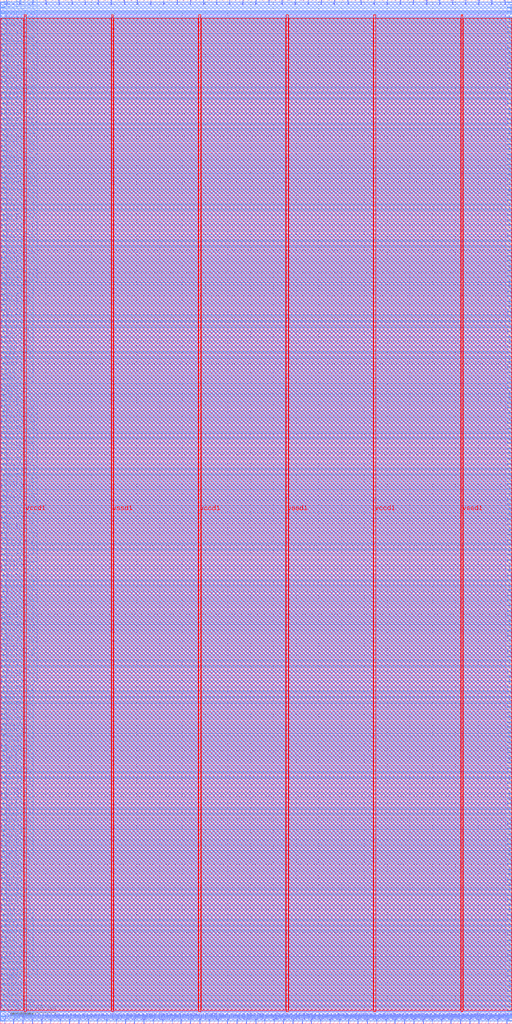
<source format=lef>
VERSION 5.7 ;
  NOWIREEXTENSIONATPIN ON ;
  DIVIDERCHAR "/" ;
  BUSBITCHARS "[]" ;
MACRO ExperiarCore
  CLASS BLOCK ;
  FOREIGN ExperiarCore ;
  ORIGIN 0.000 0.000 ;
  SIZE 450.000 BY 900.000 ;
  PIN addr0[0]
    DIRECTION OUTPUT TRISTATE ;
    USE SIGNAL ;
    PORT
      LAYER met3 ;
        RECT 0.000 57.840 4.000 58.440 ;
    END
  END addr0[0]
  PIN addr0[1]
    DIRECTION OUTPUT TRISTATE ;
    USE SIGNAL ;
    PORT
      LAYER met3 ;
        RECT 0.000 62.600 4.000 63.200 ;
    END
  END addr0[1]
  PIN addr0[2]
    DIRECTION OUTPUT TRISTATE ;
    USE SIGNAL ;
    PORT
      LAYER met3 ;
        RECT 0.000 67.360 4.000 67.960 ;
    END
  END addr0[2]
  PIN addr0[3]
    DIRECTION OUTPUT TRISTATE ;
    USE SIGNAL ;
    PORT
      LAYER met3 ;
        RECT 0.000 71.440 4.000 72.040 ;
    END
  END addr0[3]
  PIN addr0[4]
    DIRECTION OUTPUT TRISTATE ;
    USE SIGNAL ;
    PORT
      LAYER met3 ;
        RECT 0.000 76.200 4.000 76.800 ;
    END
  END addr0[4]
  PIN addr0[5]
    DIRECTION OUTPUT TRISTATE ;
    USE SIGNAL ;
    PORT
      LAYER met3 ;
        RECT 0.000 80.960 4.000 81.560 ;
    END
  END addr0[5]
  PIN addr0[6]
    DIRECTION OUTPUT TRISTATE ;
    USE SIGNAL ;
    PORT
      LAYER met3 ;
        RECT 0.000 85.720 4.000 86.320 ;
    END
  END addr0[6]
  PIN addr0[7]
    DIRECTION OUTPUT TRISTATE ;
    USE SIGNAL ;
    PORT
      LAYER met3 ;
        RECT 0.000 90.480 4.000 91.080 ;
    END
  END addr0[7]
  PIN addr0[8]
    DIRECTION OUTPUT TRISTATE ;
    USE SIGNAL ;
    PORT
      LAYER met3 ;
        RECT 0.000 95.240 4.000 95.840 ;
    END
  END addr0[8]
  PIN addr1[0]
    DIRECTION OUTPUT TRISTATE ;
    USE SIGNAL ;
    PORT
      LAYER met3 ;
        RECT 0.000 561.720 4.000 562.320 ;
    END
  END addr1[0]
  PIN addr1[1]
    DIRECTION OUTPUT TRISTATE ;
    USE SIGNAL ;
    PORT
      LAYER met3 ;
        RECT 0.000 566.480 4.000 567.080 ;
    END
  END addr1[1]
  PIN addr1[2]
    DIRECTION OUTPUT TRISTATE ;
    USE SIGNAL ;
    PORT
      LAYER met3 ;
        RECT 0.000 570.560 4.000 571.160 ;
    END
  END addr1[2]
  PIN addr1[3]
    DIRECTION OUTPUT TRISTATE ;
    USE SIGNAL ;
    PORT
      LAYER met3 ;
        RECT 0.000 575.320 4.000 575.920 ;
    END
  END addr1[3]
  PIN addr1[4]
    DIRECTION OUTPUT TRISTATE ;
    USE SIGNAL ;
    PORT
      LAYER met3 ;
        RECT 0.000 580.080 4.000 580.680 ;
    END
  END addr1[4]
  PIN addr1[5]
    DIRECTION OUTPUT TRISTATE ;
    USE SIGNAL ;
    PORT
      LAYER met3 ;
        RECT 0.000 584.840 4.000 585.440 ;
    END
  END addr1[5]
  PIN addr1[6]
    DIRECTION OUTPUT TRISTATE ;
    USE SIGNAL ;
    PORT
      LAYER met3 ;
        RECT 0.000 589.600 4.000 590.200 ;
    END
  END addr1[6]
  PIN addr1[7]
    DIRECTION OUTPUT TRISTATE ;
    USE SIGNAL ;
    PORT
      LAYER met3 ;
        RECT 0.000 594.360 4.000 594.960 ;
    END
  END addr1[7]
  PIN addr1[8]
    DIRECTION OUTPUT TRISTATE ;
    USE SIGNAL ;
    PORT
      LAYER met3 ;
        RECT 0.000 599.120 4.000 599.720 ;
    END
  END addr1[8]
  PIN clk0
    DIRECTION OUTPUT TRISTATE ;
    USE SIGNAL ;
    PORT
      LAYER met3 ;
        RECT 0.000 20.440 4.000 21.040 ;
    END
  END clk0
  PIN clk1
    DIRECTION OUTPUT TRISTATE ;
    USE SIGNAL ;
    PORT
      LAYER met3 ;
        RECT 0.000 547.440 4.000 548.040 ;
    END
  END clk1
  PIN coreIndex[0]
    DIRECTION INPUT ;
    USE SIGNAL ;
    PORT
      LAYER met2 ;
        RECT 5.610 896.000 5.890 900.000 ;
    END
  END coreIndex[0]
  PIN coreIndex[1]
    DIRECTION INPUT ;
    USE SIGNAL ;
    PORT
      LAYER met2 ;
        RECT 17.110 896.000 17.390 900.000 ;
    END
  END coreIndex[1]
  PIN coreIndex[2]
    DIRECTION INPUT ;
    USE SIGNAL ;
    PORT
      LAYER met2 ;
        RECT 28.610 896.000 28.890 900.000 ;
    END
  END coreIndex[2]
  PIN coreIndex[3]
    DIRECTION INPUT ;
    USE SIGNAL ;
    PORT
      LAYER met2 ;
        RECT 40.110 896.000 40.390 900.000 ;
    END
  END coreIndex[3]
  PIN coreIndex[4]
    DIRECTION INPUT ;
    USE SIGNAL ;
    PORT
      LAYER met2 ;
        RECT 51.610 896.000 51.890 900.000 ;
    END
  END coreIndex[4]
  PIN coreIndex[5]
    DIRECTION INPUT ;
    USE SIGNAL ;
    PORT
      LAYER met2 ;
        RECT 63.110 896.000 63.390 900.000 ;
    END
  END coreIndex[5]
  PIN coreIndex[6]
    DIRECTION INPUT ;
    USE SIGNAL ;
    PORT
      LAYER met2 ;
        RECT 74.610 896.000 74.890 900.000 ;
    END
  END coreIndex[6]
  PIN coreIndex[7]
    DIRECTION INPUT ;
    USE SIGNAL ;
    PORT
      LAYER met2 ;
        RECT 86.110 896.000 86.390 900.000 ;
    END
  END coreIndex[7]
  PIN core_wb_ack_i
    DIRECTION INPUT ;
    USE SIGNAL ;
    PORT
      LAYER met3 ;
        RECT 446.000 10.920 450.000 11.520 ;
    END
  END core_wb_ack_i
  PIN core_wb_adr_o[0]
    DIRECTION OUTPUT TRISTATE ;
    USE SIGNAL ;
    PORT
      LAYER met3 ;
        RECT 446.000 37.440 450.000 38.040 ;
    END
  END core_wb_adr_o[0]
  PIN core_wb_adr_o[10]
    DIRECTION OUTPUT TRISTATE ;
    USE SIGNAL ;
    PORT
      LAYER met3 ;
        RECT 446.000 189.080 450.000 189.680 ;
    END
  END core_wb_adr_o[10]
  PIN core_wb_adr_o[11]
    DIRECTION OUTPUT TRISTATE ;
    USE SIGNAL ;
    PORT
      LAYER met3 ;
        RECT 446.000 202.000 450.000 202.600 ;
    END
  END core_wb_adr_o[11]
  PIN core_wb_adr_o[12]
    DIRECTION OUTPUT TRISTATE ;
    USE SIGNAL ;
    PORT
      LAYER met3 ;
        RECT 446.000 215.600 450.000 216.200 ;
    END
  END core_wb_adr_o[12]
  PIN core_wb_adr_o[13]
    DIRECTION OUTPUT TRISTATE ;
    USE SIGNAL ;
    PORT
      LAYER met3 ;
        RECT 446.000 229.200 450.000 229.800 ;
    END
  END core_wb_adr_o[13]
  PIN core_wb_adr_o[14]
    DIRECTION OUTPUT TRISTATE ;
    USE SIGNAL ;
    PORT
      LAYER met3 ;
        RECT 446.000 242.120 450.000 242.720 ;
    END
  END core_wb_adr_o[14]
  PIN core_wb_adr_o[15]
    DIRECTION OUTPUT TRISTATE ;
    USE SIGNAL ;
    PORT
      LAYER met3 ;
        RECT 446.000 255.720 450.000 256.320 ;
    END
  END core_wb_adr_o[15]
  PIN core_wb_adr_o[16]
    DIRECTION OUTPUT TRISTATE ;
    USE SIGNAL ;
    PORT
      LAYER met3 ;
        RECT 446.000 269.320 450.000 269.920 ;
    END
  END core_wb_adr_o[16]
  PIN core_wb_adr_o[17]
    DIRECTION OUTPUT TRISTATE ;
    USE SIGNAL ;
    PORT
      LAYER met3 ;
        RECT 446.000 282.240 450.000 282.840 ;
    END
  END core_wb_adr_o[17]
  PIN core_wb_adr_o[18]
    DIRECTION OUTPUT TRISTATE ;
    USE SIGNAL ;
    PORT
      LAYER met3 ;
        RECT 446.000 295.840 450.000 296.440 ;
    END
  END core_wb_adr_o[18]
  PIN core_wb_adr_o[19]
    DIRECTION OUTPUT TRISTATE ;
    USE SIGNAL ;
    PORT
      LAYER met3 ;
        RECT 446.000 309.440 450.000 310.040 ;
    END
  END core_wb_adr_o[19]
  PIN core_wb_adr_o[1]
    DIRECTION OUTPUT TRISTATE ;
    USE SIGNAL ;
    PORT
      LAYER met3 ;
        RECT 446.000 55.120 450.000 55.720 ;
    END
  END core_wb_adr_o[1]
  PIN core_wb_adr_o[20]
    DIRECTION OUTPUT TRISTATE ;
    USE SIGNAL ;
    PORT
      LAYER met3 ;
        RECT 446.000 322.360 450.000 322.960 ;
    END
  END core_wb_adr_o[20]
  PIN core_wb_adr_o[21]
    DIRECTION OUTPUT TRISTATE ;
    USE SIGNAL ;
    PORT
      LAYER met3 ;
        RECT 446.000 335.960 450.000 336.560 ;
    END
  END core_wb_adr_o[21]
  PIN core_wb_adr_o[22]
    DIRECTION OUTPUT TRISTATE ;
    USE SIGNAL ;
    PORT
      LAYER met3 ;
        RECT 446.000 349.560 450.000 350.160 ;
    END
  END core_wb_adr_o[22]
  PIN core_wb_adr_o[23]
    DIRECTION OUTPUT TRISTATE ;
    USE SIGNAL ;
    PORT
      LAYER met3 ;
        RECT 446.000 362.480 450.000 363.080 ;
    END
  END core_wb_adr_o[23]
  PIN core_wb_adr_o[24]
    DIRECTION OUTPUT TRISTATE ;
    USE SIGNAL ;
    PORT
      LAYER met3 ;
        RECT 446.000 376.080 450.000 376.680 ;
    END
  END core_wb_adr_o[24]
  PIN core_wb_adr_o[25]
    DIRECTION OUTPUT TRISTATE ;
    USE SIGNAL ;
    PORT
      LAYER met3 ;
        RECT 446.000 389.680 450.000 390.280 ;
    END
  END core_wb_adr_o[25]
  PIN core_wb_adr_o[26]
    DIRECTION OUTPUT TRISTATE ;
    USE SIGNAL ;
    PORT
      LAYER met3 ;
        RECT 446.000 402.600 450.000 403.200 ;
    END
  END core_wb_adr_o[26]
  PIN core_wb_adr_o[27]
    DIRECTION OUTPUT TRISTATE ;
    USE SIGNAL ;
    PORT
      LAYER met3 ;
        RECT 446.000 416.200 450.000 416.800 ;
    END
  END core_wb_adr_o[27]
  PIN core_wb_adr_o[2]
    DIRECTION OUTPUT TRISTATE ;
    USE SIGNAL ;
    PORT
      LAYER met3 ;
        RECT 446.000 72.800 450.000 73.400 ;
    END
  END core_wb_adr_o[2]
  PIN core_wb_adr_o[3]
    DIRECTION OUTPUT TRISTATE ;
    USE SIGNAL ;
    PORT
      LAYER met3 ;
        RECT 446.000 91.160 450.000 91.760 ;
    END
  END core_wb_adr_o[3]
  PIN core_wb_adr_o[4]
    DIRECTION OUTPUT TRISTATE ;
    USE SIGNAL ;
    PORT
      LAYER met3 ;
        RECT 446.000 108.840 450.000 109.440 ;
    END
  END core_wb_adr_o[4]
  PIN core_wb_adr_o[5]
    DIRECTION OUTPUT TRISTATE ;
    USE SIGNAL ;
    PORT
      LAYER met3 ;
        RECT 446.000 121.760 450.000 122.360 ;
    END
  END core_wb_adr_o[5]
  PIN core_wb_adr_o[6]
    DIRECTION OUTPUT TRISTATE ;
    USE SIGNAL ;
    PORT
      LAYER met3 ;
        RECT 446.000 135.360 450.000 135.960 ;
    END
  END core_wb_adr_o[6]
  PIN core_wb_adr_o[7]
    DIRECTION OUTPUT TRISTATE ;
    USE SIGNAL ;
    PORT
      LAYER met3 ;
        RECT 446.000 148.960 450.000 149.560 ;
    END
  END core_wb_adr_o[7]
  PIN core_wb_adr_o[8]
    DIRECTION OUTPUT TRISTATE ;
    USE SIGNAL ;
    PORT
      LAYER met3 ;
        RECT 446.000 161.880 450.000 162.480 ;
    END
  END core_wb_adr_o[8]
  PIN core_wb_adr_o[9]
    DIRECTION OUTPUT TRISTATE ;
    USE SIGNAL ;
    PORT
      LAYER met3 ;
        RECT 446.000 175.480 450.000 176.080 ;
    END
  END core_wb_adr_o[9]
  PIN core_wb_cyc_o
    DIRECTION OUTPUT TRISTATE ;
    USE SIGNAL ;
    PORT
      LAYER met3 ;
        RECT 446.000 15.000 450.000 15.600 ;
    END
  END core_wb_cyc_o
  PIN core_wb_data_i[0]
    DIRECTION INPUT ;
    USE SIGNAL ;
    PORT
      LAYER met3 ;
        RECT 446.000 41.520 450.000 42.120 ;
    END
  END core_wb_data_i[0]
  PIN core_wb_data_i[10]
    DIRECTION INPUT ;
    USE SIGNAL ;
    PORT
      LAYER met3 ;
        RECT 446.000 193.160 450.000 193.760 ;
    END
  END core_wb_data_i[10]
  PIN core_wb_data_i[11]
    DIRECTION INPUT ;
    USE SIGNAL ;
    PORT
      LAYER met3 ;
        RECT 446.000 206.760 450.000 207.360 ;
    END
  END core_wb_data_i[11]
  PIN core_wb_data_i[12]
    DIRECTION INPUT ;
    USE SIGNAL ;
    PORT
      LAYER met3 ;
        RECT 446.000 220.360 450.000 220.960 ;
    END
  END core_wb_data_i[12]
  PIN core_wb_data_i[13]
    DIRECTION INPUT ;
    USE SIGNAL ;
    PORT
      LAYER met3 ;
        RECT 446.000 233.280 450.000 233.880 ;
    END
  END core_wb_data_i[13]
  PIN core_wb_data_i[14]
    DIRECTION INPUT ;
    USE SIGNAL ;
    PORT
      LAYER met3 ;
        RECT 446.000 246.880 450.000 247.480 ;
    END
  END core_wb_data_i[14]
  PIN core_wb_data_i[15]
    DIRECTION INPUT ;
    USE SIGNAL ;
    PORT
      LAYER met3 ;
        RECT 446.000 260.480 450.000 261.080 ;
    END
  END core_wb_data_i[15]
  PIN core_wb_data_i[16]
    DIRECTION INPUT ;
    USE SIGNAL ;
    PORT
      LAYER met3 ;
        RECT 446.000 273.400 450.000 274.000 ;
    END
  END core_wb_data_i[16]
  PIN core_wb_data_i[17]
    DIRECTION INPUT ;
    USE SIGNAL ;
    PORT
      LAYER met3 ;
        RECT 446.000 287.000 450.000 287.600 ;
    END
  END core_wb_data_i[17]
  PIN core_wb_data_i[18]
    DIRECTION INPUT ;
    USE SIGNAL ;
    PORT
      LAYER met3 ;
        RECT 446.000 300.600 450.000 301.200 ;
    END
  END core_wb_data_i[18]
  PIN core_wb_data_i[19]
    DIRECTION INPUT ;
    USE SIGNAL ;
    PORT
      LAYER met3 ;
        RECT 446.000 313.520 450.000 314.120 ;
    END
  END core_wb_data_i[19]
  PIN core_wb_data_i[1]
    DIRECTION INPUT ;
    USE SIGNAL ;
    PORT
      LAYER met3 ;
        RECT 446.000 59.880 450.000 60.480 ;
    END
  END core_wb_data_i[1]
  PIN core_wb_data_i[20]
    DIRECTION INPUT ;
    USE SIGNAL ;
    PORT
      LAYER met3 ;
        RECT 446.000 327.120 450.000 327.720 ;
    END
  END core_wb_data_i[20]
  PIN core_wb_data_i[21]
    DIRECTION INPUT ;
    USE SIGNAL ;
    PORT
      LAYER met3 ;
        RECT 446.000 340.720 450.000 341.320 ;
    END
  END core_wb_data_i[21]
  PIN core_wb_data_i[22]
    DIRECTION INPUT ;
    USE SIGNAL ;
    PORT
      LAYER met3 ;
        RECT 446.000 353.640 450.000 354.240 ;
    END
  END core_wb_data_i[22]
  PIN core_wb_data_i[23]
    DIRECTION INPUT ;
    USE SIGNAL ;
    PORT
      LAYER met3 ;
        RECT 446.000 367.240 450.000 367.840 ;
    END
  END core_wb_data_i[23]
  PIN core_wb_data_i[24]
    DIRECTION INPUT ;
    USE SIGNAL ;
    PORT
      LAYER met3 ;
        RECT 446.000 380.840 450.000 381.440 ;
    END
  END core_wb_data_i[24]
  PIN core_wb_data_i[25]
    DIRECTION INPUT ;
    USE SIGNAL ;
    PORT
      LAYER met3 ;
        RECT 446.000 393.760 450.000 394.360 ;
    END
  END core_wb_data_i[25]
  PIN core_wb_data_i[26]
    DIRECTION INPUT ;
    USE SIGNAL ;
    PORT
      LAYER met3 ;
        RECT 446.000 407.360 450.000 407.960 ;
    END
  END core_wb_data_i[26]
  PIN core_wb_data_i[27]
    DIRECTION INPUT ;
    USE SIGNAL ;
    PORT
      LAYER met3 ;
        RECT 446.000 420.960 450.000 421.560 ;
    END
  END core_wb_data_i[27]
  PIN core_wb_data_i[28]
    DIRECTION INPUT ;
    USE SIGNAL ;
    PORT
      LAYER met3 ;
        RECT 446.000 429.800 450.000 430.400 ;
    END
  END core_wb_data_i[28]
  PIN core_wb_data_i[29]
    DIRECTION INPUT ;
    USE SIGNAL ;
    PORT
      LAYER met3 ;
        RECT 446.000 438.640 450.000 439.240 ;
    END
  END core_wb_data_i[29]
  PIN core_wb_data_i[2]
    DIRECTION INPUT ;
    USE SIGNAL ;
    PORT
      LAYER met3 ;
        RECT 446.000 77.560 450.000 78.160 ;
    END
  END core_wb_data_i[2]
  PIN core_wb_data_i[30]
    DIRECTION INPUT ;
    USE SIGNAL ;
    PORT
      LAYER met3 ;
        RECT 446.000 447.480 450.000 448.080 ;
    END
  END core_wb_data_i[30]
  PIN core_wb_data_i[31]
    DIRECTION INPUT ;
    USE SIGNAL ;
    PORT
      LAYER met3 ;
        RECT 446.000 456.320 450.000 456.920 ;
    END
  END core_wb_data_i[31]
  PIN core_wb_data_i[3]
    DIRECTION INPUT ;
    USE SIGNAL ;
    PORT
      LAYER met3 ;
        RECT 446.000 95.240 450.000 95.840 ;
    END
  END core_wb_data_i[3]
  PIN core_wb_data_i[4]
    DIRECTION INPUT ;
    USE SIGNAL ;
    PORT
      LAYER met3 ;
        RECT 446.000 112.920 450.000 113.520 ;
    END
  END core_wb_data_i[4]
  PIN core_wb_data_i[5]
    DIRECTION INPUT ;
    USE SIGNAL ;
    PORT
      LAYER met3 ;
        RECT 446.000 126.520 450.000 127.120 ;
    END
  END core_wb_data_i[5]
  PIN core_wb_data_i[6]
    DIRECTION INPUT ;
    USE SIGNAL ;
    PORT
      LAYER met3 ;
        RECT 446.000 140.120 450.000 140.720 ;
    END
  END core_wb_data_i[6]
  PIN core_wb_data_i[7]
    DIRECTION INPUT ;
    USE SIGNAL ;
    PORT
      LAYER met3 ;
        RECT 446.000 153.040 450.000 153.640 ;
    END
  END core_wb_data_i[7]
  PIN core_wb_data_i[8]
    DIRECTION INPUT ;
    USE SIGNAL ;
    PORT
      LAYER met3 ;
        RECT 446.000 166.640 450.000 167.240 ;
    END
  END core_wb_data_i[8]
  PIN core_wb_data_i[9]
    DIRECTION INPUT ;
    USE SIGNAL ;
    PORT
      LAYER met3 ;
        RECT 446.000 180.240 450.000 180.840 ;
    END
  END core_wb_data_i[9]
  PIN core_wb_data_o[0]
    DIRECTION OUTPUT TRISTATE ;
    USE SIGNAL ;
    PORT
      LAYER met3 ;
        RECT 446.000 46.280 450.000 46.880 ;
    END
  END core_wb_data_o[0]
  PIN core_wb_data_o[10]
    DIRECTION OUTPUT TRISTATE ;
    USE SIGNAL ;
    PORT
      LAYER met3 ;
        RECT 446.000 197.920 450.000 198.520 ;
    END
  END core_wb_data_o[10]
  PIN core_wb_data_o[11]
    DIRECTION OUTPUT TRISTATE ;
    USE SIGNAL ;
    PORT
      LAYER met3 ;
        RECT 446.000 211.520 450.000 212.120 ;
    END
  END core_wb_data_o[11]
  PIN core_wb_data_o[12]
    DIRECTION OUTPUT TRISTATE ;
    USE SIGNAL ;
    PORT
      LAYER met3 ;
        RECT 446.000 224.440 450.000 225.040 ;
    END
  END core_wb_data_o[12]
  PIN core_wb_data_o[13]
    DIRECTION OUTPUT TRISTATE ;
    USE SIGNAL ;
    PORT
      LAYER met3 ;
        RECT 446.000 238.040 450.000 238.640 ;
    END
  END core_wb_data_o[13]
  PIN core_wb_data_o[14]
    DIRECTION OUTPUT TRISTATE ;
    USE SIGNAL ;
    PORT
      LAYER met3 ;
        RECT 446.000 251.640 450.000 252.240 ;
    END
  END core_wb_data_o[14]
  PIN core_wb_data_o[15]
    DIRECTION OUTPUT TRISTATE ;
    USE SIGNAL ;
    PORT
      LAYER met3 ;
        RECT 446.000 264.560 450.000 265.160 ;
    END
  END core_wb_data_o[15]
  PIN core_wb_data_o[16]
    DIRECTION OUTPUT TRISTATE ;
    USE SIGNAL ;
    PORT
      LAYER met3 ;
        RECT 446.000 278.160 450.000 278.760 ;
    END
  END core_wb_data_o[16]
  PIN core_wb_data_o[17]
    DIRECTION OUTPUT TRISTATE ;
    USE SIGNAL ;
    PORT
      LAYER met3 ;
        RECT 446.000 291.760 450.000 292.360 ;
    END
  END core_wb_data_o[17]
  PIN core_wb_data_o[18]
    DIRECTION OUTPUT TRISTATE ;
    USE SIGNAL ;
    PORT
      LAYER met3 ;
        RECT 446.000 304.680 450.000 305.280 ;
    END
  END core_wb_data_o[18]
  PIN core_wb_data_o[19]
    DIRECTION OUTPUT TRISTATE ;
    USE SIGNAL ;
    PORT
      LAYER met3 ;
        RECT 446.000 318.280 450.000 318.880 ;
    END
  END core_wb_data_o[19]
  PIN core_wb_data_o[1]
    DIRECTION OUTPUT TRISTATE ;
    USE SIGNAL ;
    PORT
      LAYER met3 ;
        RECT 446.000 63.960 450.000 64.560 ;
    END
  END core_wb_data_o[1]
  PIN core_wb_data_o[20]
    DIRECTION OUTPUT TRISTATE ;
    USE SIGNAL ;
    PORT
      LAYER met3 ;
        RECT 446.000 331.880 450.000 332.480 ;
    END
  END core_wb_data_o[20]
  PIN core_wb_data_o[21]
    DIRECTION OUTPUT TRISTATE ;
    USE SIGNAL ;
    PORT
      LAYER met3 ;
        RECT 446.000 344.800 450.000 345.400 ;
    END
  END core_wb_data_o[21]
  PIN core_wb_data_o[22]
    DIRECTION OUTPUT TRISTATE ;
    USE SIGNAL ;
    PORT
      LAYER met3 ;
        RECT 446.000 358.400 450.000 359.000 ;
    END
  END core_wb_data_o[22]
  PIN core_wb_data_o[23]
    DIRECTION OUTPUT TRISTATE ;
    USE SIGNAL ;
    PORT
      LAYER met3 ;
        RECT 446.000 372.000 450.000 372.600 ;
    END
  END core_wb_data_o[23]
  PIN core_wb_data_o[24]
    DIRECTION OUTPUT TRISTATE ;
    USE SIGNAL ;
    PORT
      LAYER met3 ;
        RECT 446.000 384.920 450.000 385.520 ;
    END
  END core_wb_data_o[24]
  PIN core_wb_data_o[25]
    DIRECTION OUTPUT TRISTATE ;
    USE SIGNAL ;
    PORT
      LAYER met3 ;
        RECT 446.000 398.520 450.000 399.120 ;
    END
  END core_wb_data_o[25]
  PIN core_wb_data_o[26]
    DIRECTION OUTPUT TRISTATE ;
    USE SIGNAL ;
    PORT
      LAYER met3 ;
        RECT 446.000 412.120 450.000 412.720 ;
    END
  END core_wb_data_o[26]
  PIN core_wb_data_o[27]
    DIRECTION OUTPUT TRISTATE ;
    USE SIGNAL ;
    PORT
      LAYER met3 ;
        RECT 446.000 425.040 450.000 425.640 ;
    END
  END core_wb_data_o[27]
  PIN core_wb_data_o[28]
    DIRECTION OUTPUT TRISTATE ;
    USE SIGNAL ;
    PORT
      LAYER met3 ;
        RECT 446.000 433.880 450.000 434.480 ;
    END
  END core_wb_data_o[28]
  PIN core_wb_data_o[29]
    DIRECTION OUTPUT TRISTATE ;
    USE SIGNAL ;
    PORT
      LAYER met3 ;
        RECT 446.000 442.720 450.000 443.320 ;
    END
  END core_wb_data_o[29]
  PIN core_wb_data_o[2]
    DIRECTION OUTPUT TRISTATE ;
    USE SIGNAL ;
    PORT
      LAYER met3 ;
        RECT 446.000 81.640 450.000 82.240 ;
    END
  END core_wb_data_o[2]
  PIN core_wb_data_o[30]
    DIRECTION OUTPUT TRISTATE ;
    USE SIGNAL ;
    PORT
      LAYER met3 ;
        RECT 446.000 452.240 450.000 452.840 ;
    END
  END core_wb_data_o[30]
  PIN core_wb_data_o[31]
    DIRECTION OUTPUT TRISTATE ;
    USE SIGNAL ;
    PORT
      LAYER met3 ;
        RECT 446.000 461.080 450.000 461.680 ;
    END
  END core_wb_data_o[31]
  PIN core_wb_data_o[3]
    DIRECTION OUTPUT TRISTATE ;
    USE SIGNAL ;
    PORT
      LAYER met3 ;
        RECT 446.000 100.000 450.000 100.600 ;
    END
  END core_wb_data_o[3]
  PIN core_wb_data_o[4]
    DIRECTION OUTPUT TRISTATE ;
    USE SIGNAL ;
    PORT
      LAYER met3 ;
        RECT 446.000 117.680 450.000 118.280 ;
    END
  END core_wb_data_o[4]
  PIN core_wb_data_o[5]
    DIRECTION OUTPUT TRISTATE ;
    USE SIGNAL ;
    PORT
      LAYER met3 ;
        RECT 446.000 131.280 450.000 131.880 ;
    END
  END core_wb_data_o[5]
  PIN core_wb_data_o[6]
    DIRECTION OUTPUT TRISTATE ;
    USE SIGNAL ;
    PORT
      LAYER met3 ;
        RECT 446.000 144.200 450.000 144.800 ;
    END
  END core_wb_data_o[6]
  PIN core_wb_data_o[7]
    DIRECTION OUTPUT TRISTATE ;
    USE SIGNAL ;
    PORT
      LAYER met3 ;
        RECT 446.000 157.800 450.000 158.400 ;
    END
  END core_wb_data_o[7]
  PIN core_wb_data_o[8]
    DIRECTION OUTPUT TRISTATE ;
    USE SIGNAL ;
    PORT
      LAYER met3 ;
        RECT 446.000 171.400 450.000 172.000 ;
    END
  END core_wb_data_o[8]
  PIN core_wb_data_o[9]
    DIRECTION OUTPUT TRISTATE ;
    USE SIGNAL ;
    PORT
      LAYER met3 ;
        RECT 446.000 184.320 450.000 184.920 ;
    END
  END core_wb_data_o[9]
  PIN core_wb_error_i
    DIRECTION INPUT ;
    USE SIGNAL ;
    PORT
      LAYER met3 ;
        RECT 446.000 19.760 450.000 20.360 ;
    END
  END core_wb_error_i
  PIN core_wb_sel_o[0]
    DIRECTION OUTPUT TRISTATE ;
    USE SIGNAL ;
    PORT
      LAYER met3 ;
        RECT 446.000 51.040 450.000 51.640 ;
    END
  END core_wb_sel_o[0]
  PIN core_wb_sel_o[1]
    DIRECTION OUTPUT TRISTATE ;
    USE SIGNAL ;
    PORT
      LAYER met3 ;
        RECT 446.000 68.720 450.000 69.320 ;
    END
  END core_wb_sel_o[1]
  PIN core_wb_sel_o[2]
    DIRECTION OUTPUT TRISTATE ;
    USE SIGNAL ;
    PORT
      LAYER met3 ;
        RECT 446.000 86.400 450.000 87.000 ;
    END
  END core_wb_sel_o[2]
  PIN core_wb_sel_o[3]
    DIRECTION OUTPUT TRISTATE ;
    USE SIGNAL ;
    PORT
      LAYER met3 ;
        RECT 446.000 104.080 450.000 104.680 ;
    END
  END core_wb_sel_o[3]
  PIN core_wb_stall_i
    DIRECTION INPUT ;
    USE SIGNAL ;
    PORT
      LAYER met3 ;
        RECT 446.000 23.840 450.000 24.440 ;
    END
  END core_wb_stall_i
  PIN core_wb_stb_o
    DIRECTION OUTPUT TRISTATE ;
    USE SIGNAL ;
    PORT
      LAYER met3 ;
        RECT 446.000 28.600 450.000 29.200 ;
    END
  END core_wb_stb_o
  PIN core_wb_we_o
    DIRECTION OUTPUT TRISTATE ;
    USE SIGNAL ;
    PORT
      LAYER met3 ;
        RECT 446.000 32.680 450.000 33.280 ;
    END
  END core_wb_we_o
  PIN csb0[0]
    DIRECTION OUTPUT TRISTATE ;
    USE SIGNAL ;
    PORT
      LAYER met3 ;
        RECT 0.000 25.200 4.000 25.800 ;
    END
  END csb0[0]
  PIN csb0[1]
    DIRECTION OUTPUT TRISTATE ;
    USE SIGNAL ;
    PORT
      LAYER met3 ;
        RECT 0.000 29.960 4.000 30.560 ;
    END
  END csb0[1]
  PIN csb1[0]
    DIRECTION OUTPUT TRISTATE ;
    USE SIGNAL ;
    PORT
      LAYER met3 ;
        RECT 0.000 552.200 4.000 552.800 ;
    END
  END csb1[0]
  PIN csb1[1]
    DIRECTION OUTPUT TRISTATE ;
    USE SIGNAL ;
    PORT
      LAYER met3 ;
        RECT 0.000 556.960 4.000 557.560 ;
    END
  END csb1[1]
  PIN din0[0]
    DIRECTION OUTPUT TRISTATE ;
    USE SIGNAL ;
    PORT
      LAYER met3 ;
        RECT 0.000 100.000 4.000 100.600 ;
    END
  END din0[0]
  PIN din0[10]
    DIRECTION OUTPUT TRISTATE ;
    USE SIGNAL ;
    PORT
      LAYER met3 ;
        RECT 0.000 146.240 4.000 146.840 ;
    END
  END din0[10]
  PIN din0[11]
    DIRECTION OUTPUT TRISTATE ;
    USE SIGNAL ;
    PORT
      LAYER met3 ;
        RECT 0.000 151.000 4.000 151.600 ;
    END
  END din0[11]
  PIN din0[12]
    DIRECTION OUTPUT TRISTATE ;
    USE SIGNAL ;
    PORT
      LAYER met3 ;
        RECT 0.000 155.760 4.000 156.360 ;
    END
  END din0[12]
  PIN din0[13]
    DIRECTION OUTPUT TRISTATE ;
    USE SIGNAL ;
    PORT
      LAYER met3 ;
        RECT 0.000 160.520 4.000 161.120 ;
    END
  END din0[13]
  PIN din0[14]
    DIRECTION OUTPUT TRISTATE ;
    USE SIGNAL ;
    PORT
      LAYER met3 ;
        RECT 0.000 165.280 4.000 165.880 ;
    END
  END din0[14]
  PIN din0[15]
    DIRECTION OUTPUT TRISTATE ;
    USE SIGNAL ;
    PORT
      LAYER met3 ;
        RECT 0.000 169.360 4.000 169.960 ;
    END
  END din0[15]
  PIN din0[16]
    DIRECTION OUTPUT TRISTATE ;
    USE SIGNAL ;
    PORT
      LAYER met3 ;
        RECT 0.000 174.120 4.000 174.720 ;
    END
  END din0[16]
  PIN din0[17]
    DIRECTION OUTPUT TRISTATE ;
    USE SIGNAL ;
    PORT
      LAYER met3 ;
        RECT 0.000 178.880 4.000 179.480 ;
    END
  END din0[17]
  PIN din0[18]
    DIRECTION OUTPUT TRISTATE ;
    USE SIGNAL ;
    PORT
      LAYER met3 ;
        RECT 0.000 183.640 4.000 184.240 ;
    END
  END din0[18]
  PIN din0[19]
    DIRECTION OUTPUT TRISTATE ;
    USE SIGNAL ;
    PORT
      LAYER met3 ;
        RECT 0.000 188.400 4.000 189.000 ;
    END
  END din0[19]
  PIN din0[1]
    DIRECTION OUTPUT TRISTATE ;
    USE SIGNAL ;
    PORT
      LAYER met3 ;
        RECT 0.000 104.080 4.000 104.680 ;
    END
  END din0[1]
  PIN din0[20]
    DIRECTION OUTPUT TRISTATE ;
    USE SIGNAL ;
    PORT
      LAYER met3 ;
        RECT 0.000 193.160 4.000 193.760 ;
    END
  END din0[20]
  PIN din0[21]
    DIRECTION OUTPUT TRISTATE ;
    USE SIGNAL ;
    PORT
      LAYER met3 ;
        RECT 0.000 197.920 4.000 198.520 ;
    END
  END din0[21]
  PIN din0[22]
    DIRECTION OUTPUT TRISTATE ;
    USE SIGNAL ;
    PORT
      LAYER met3 ;
        RECT 0.000 202.000 4.000 202.600 ;
    END
  END din0[22]
  PIN din0[23]
    DIRECTION OUTPUT TRISTATE ;
    USE SIGNAL ;
    PORT
      LAYER met3 ;
        RECT 0.000 206.760 4.000 207.360 ;
    END
  END din0[23]
  PIN din0[24]
    DIRECTION OUTPUT TRISTATE ;
    USE SIGNAL ;
    PORT
      LAYER met3 ;
        RECT 0.000 211.520 4.000 212.120 ;
    END
  END din0[24]
  PIN din0[25]
    DIRECTION OUTPUT TRISTATE ;
    USE SIGNAL ;
    PORT
      LAYER met3 ;
        RECT 0.000 216.280 4.000 216.880 ;
    END
  END din0[25]
  PIN din0[26]
    DIRECTION OUTPUT TRISTATE ;
    USE SIGNAL ;
    PORT
      LAYER met3 ;
        RECT 0.000 221.040 4.000 221.640 ;
    END
  END din0[26]
  PIN din0[27]
    DIRECTION OUTPUT TRISTATE ;
    USE SIGNAL ;
    PORT
      LAYER met3 ;
        RECT 0.000 225.800 4.000 226.400 ;
    END
  END din0[27]
  PIN din0[28]
    DIRECTION OUTPUT TRISTATE ;
    USE SIGNAL ;
    PORT
      LAYER met3 ;
        RECT 0.000 230.560 4.000 231.160 ;
    END
  END din0[28]
  PIN din0[29]
    DIRECTION OUTPUT TRISTATE ;
    USE SIGNAL ;
    PORT
      LAYER met3 ;
        RECT 0.000 235.320 4.000 235.920 ;
    END
  END din0[29]
  PIN din0[2]
    DIRECTION OUTPUT TRISTATE ;
    USE SIGNAL ;
    PORT
      LAYER met3 ;
        RECT 0.000 108.840 4.000 109.440 ;
    END
  END din0[2]
  PIN din0[30]
    DIRECTION OUTPUT TRISTATE ;
    USE SIGNAL ;
    PORT
      LAYER met3 ;
        RECT 0.000 239.400 4.000 240.000 ;
    END
  END din0[30]
  PIN din0[31]
    DIRECTION OUTPUT TRISTATE ;
    USE SIGNAL ;
    PORT
      LAYER met3 ;
        RECT 0.000 244.160 4.000 244.760 ;
    END
  END din0[31]
  PIN din0[3]
    DIRECTION OUTPUT TRISTATE ;
    USE SIGNAL ;
    PORT
      LAYER met3 ;
        RECT 0.000 113.600 4.000 114.200 ;
    END
  END din0[3]
  PIN din0[4]
    DIRECTION OUTPUT TRISTATE ;
    USE SIGNAL ;
    PORT
      LAYER met3 ;
        RECT 0.000 118.360 4.000 118.960 ;
    END
  END din0[4]
  PIN din0[5]
    DIRECTION OUTPUT TRISTATE ;
    USE SIGNAL ;
    PORT
      LAYER met3 ;
        RECT 0.000 123.120 4.000 123.720 ;
    END
  END din0[5]
  PIN din0[6]
    DIRECTION OUTPUT TRISTATE ;
    USE SIGNAL ;
    PORT
      LAYER met3 ;
        RECT 0.000 127.880 4.000 128.480 ;
    END
  END din0[6]
  PIN din0[7]
    DIRECTION OUTPUT TRISTATE ;
    USE SIGNAL ;
    PORT
      LAYER met3 ;
        RECT 0.000 132.640 4.000 133.240 ;
    END
  END din0[7]
  PIN din0[8]
    DIRECTION OUTPUT TRISTATE ;
    USE SIGNAL ;
    PORT
      LAYER met3 ;
        RECT 0.000 136.720 4.000 137.320 ;
    END
  END din0[8]
  PIN din0[9]
    DIRECTION OUTPUT TRISTATE ;
    USE SIGNAL ;
    PORT
      LAYER met3 ;
        RECT 0.000 141.480 4.000 142.080 ;
    END
  END din0[9]
  PIN dout0[0]
    DIRECTION INPUT ;
    USE SIGNAL ;
    PORT
      LAYER met3 ;
        RECT 0.000 248.920 4.000 249.520 ;
    END
  END dout0[0]
  PIN dout0[10]
    DIRECTION INPUT ;
    USE SIGNAL ;
    PORT
      LAYER met3 ;
        RECT 0.000 295.840 4.000 296.440 ;
    END
  END dout0[10]
  PIN dout0[11]
    DIRECTION INPUT ;
    USE SIGNAL ;
    PORT
      LAYER met3 ;
        RECT 0.000 300.600 4.000 301.200 ;
    END
  END dout0[11]
  PIN dout0[12]
    DIRECTION INPUT ;
    USE SIGNAL ;
    PORT
      LAYER met3 ;
        RECT 0.000 304.680 4.000 305.280 ;
    END
  END dout0[12]
  PIN dout0[13]
    DIRECTION INPUT ;
    USE SIGNAL ;
    PORT
      LAYER met3 ;
        RECT 0.000 309.440 4.000 310.040 ;
    END
  END dout0[13]
  PIN dout0[14]
    DIRECTION INPUT ;
    USE SIGNAL ;
    PORT
      LAYER met3 ;
        RECT 0.000 314.200 4.000 314.800 ;
    END
  END dout0[14]
  PIN dout0[15]
    DIRECTION INPUT ;
    USE SIGNAL ;
    PORT
      LAYER met3 ;
        RECT 0.000 318.960 4.000 319.560 ;
    END
  END dout0[15]
  PIN dout0[16]
    DIRECTION INPUT ;
    USE SIGNAL ;
    PORT
      LAYER met3 ;
        RECT 0.000 323.720 4.000 324.320 ;
    END
  END dout0[16]
  PIN dout0[17]
    DIRECTION INPUT ;
    USE SIGNAL ;
    PORT
      LAYER met3 ;
        RECT 0.000 328.480 4.000 329.080 ;
    END
  END dout0[17]
  PIN dout0[18]
    DIRECTION INPUT ;
    USE SIGNAL ;
    PORT
      LAYER met3 ;
        RECT 0.000 333.240 4.000 333.840 ;
    END
  END dout0[18]
  PIN dout0[19]
    DIRECTION INPUT ;
    USE SIGNAL ;
    PORT
      LAYER met3 ;
        RECT 0.000 337.320 4.000 337.920 ;
    END
  END dout0[19]
  PIN dout0[1]
    DIRECTION INPUT ;
    USE SIGNAL ;
    PORT
      LAYER met3 ;
        RECT 0.000 253.680 4.000 254.280 ;
    END
  END dout0[1]
  PIN dout0[20]
    DIRECTION INPUT ;
    USE SIGNAL ;
    PORT
      LAYER met3 ;
        RECT 0.000 342.080 4.000 342.680 ;
    END
  END dout0[20]
  PIN dout0[21]
    DIRECTION INPUT ;
    USE SIGNAL ;
    PORT
      LAYER met3 ;
        RECT 0.000 346.840 4.000 347.440 ;
    END
  END dout0[21]
  PIN dout0[22]
    DIRECTION INPUT ;
    USE SIGNAL ;
    PORT
      LAYER met3 ;
        RECT 0.000 351.600 4.000 352.200 ;
    END
  END dout0[22]
  PIN dout0[23]
    DIRECTION INPUT ;
    USE SIGNAL ;
    PORT
      LAYER met3 ;
        RECT 0.000 356.360 4.000 356.960 ;
    END
  END dout0[23]
  PIN dout0[24]
    DIRECTION INPUT ;
    USE SIGNAL ;
    PORT
      LAYER met3 ;
        RECT 0.000 361.120 4.000 361.720 ;
    END
  END dout0[24]
  PIN dout0[25]
    DIRECTION INPUT ;
    USE SIGNAL ;
    PORT
      LAYER met3 ;
        RECT 0.000 365.880 4.000 366.480 ;
    END
  END dout0[25]
  PIN dout0[26]
    DIRECTION INPUT ;
    USE SIGNAL ;
    PORT
      LAYER met3 ;
        RECT 0.000 369.960 4.000 370.560 ;
    END
  END dout0[26]
  PIN dout0[27]
    DIRECTION INPUT ;
    USE SIGNAL ;
    PORT
      LAYER met3 ;
        RECT 0.000 374.720 4.000 375.320 ;
    END
  END dout0[27]
  PIN dout0[28]
    DIRECTION INPUT ;
    USE SIGNAL ;
    PORT
      LAYER met3 ;
        RECT 0.000 379.480 4.000 380.080 ;
    END
  END dout0[28]
  PIN dout0[29]
    DIRECTION INPUT ;
    USE SIGNAL ;
    PORT
      LAYER met3 ;
        RECT 0.000 384.240 4.000 384.840 ;
    END
  END dout0[29]
  PIN dout0[2]
    DIRECTION INPUT ;
    USE SIGNAL ;
    PORT
      LAYER met3 ;
        RECT 0.000 258.440 4.000 259.040 ;
    END
  END dout0[2]
  PIN dout0[30]
    DIRECTION INPUT ;
    USE SIGNAL ;
    PORT
      LAYER met3 ;
        RECT 0.000 389.000 4.000 389.600 ;
    END
  END dout0[30]
  PIN dout0[31]
    DIRECTION INPUT ;
    USE SIGNAL ;
    PORT
      LAYER met3 ;
        RECT 0.000 393.760 4.000 394.360 ;
    END
  END dout0[31]
  PIN dout0[32]
    DIRECTION INPUT ;
    USE SIGNAL ;
    PORT
      LAYER met3 ;
        RECT 0.000 398.520 4.000 399.120 ;
    END
  END dout0[32]
  PIN dout0[33]
    DIRECTION INPUT ;
    USE SIGNAL ;
    PORT
      LAYER met3 ;
        RECT 0.000 402.600 4.000 403.200 ;
    END
  END dout0[33]
  PIN dout0[34]
    DIRECTION INPUT ;
    USE SIGNAL ;
    PORT
      LAYER met3 ;
        RECT 0.000 407.360 4.000 407.960 ;
    END
  END dout0[34]
  PIN dout0[35]
    DIRECTION INPUT ;
    USE SIGNAL ;
    PORT
      LAYER met3 ;
        RECT 0.000 412.120 4.000 412.720 ;
    END
  END dout0[35]
  PIN dout0[36]
    DIRECTION INPUT ;
    USE SIGNAL ;
    PORT
      LAYER met3 ;
        RECT 0.000 416.880 4.000 417.480 ;
    END
  END dout0[36]
  PIN dout0[37]
    DIRECTION INPUT ;
    USE SIGNAL ;
    PORT
      LAYER met3 ;
        RECT 0.000 421.640 4.000 422.240 ;
    END
  END dout0[37]
  PIN dout0[38]
    DIRECTION INPUT ;
    USE SIGNAL ;
    PORT
      LAYER met3 ;
        RECT 0.000 426.400 4.000 427.000 ;
    END
  END dout0[38]
  PIN dout0[39]
    DIRECTION INPUT ;
    USE SIGNAL ;
    PORT
      LAYER met3 ;
        RECT 0.000 431.160 4.000 431.760 ;
    END
  END dout0[39]
  PIN dout0[3]
    DIRECTION INPUT ;
    USE SIGNAL ;
    PORT
      LAYER met3 ;
        RECT 0.000 263.200 4.000 263.800 ;
    END
  END dout0[3]
  PIN dout0[40]
    DIRECTION INPUT ;
    USE SIGNAL ;
    PORT
      LAYER met3 ;
        RECT 0.000 435.240 4.000 435.840 ;
    END
  END dout0[40]
  PIN dout0[41]
    DIRECTION INPUT ;
    USE SIGNAL ;
    PORT
      LAYER met3 ;
        RECT 0.000 440.000 4.000 440.600 ;
    END
  END dout0[41]
  PIN dout0[42]
    DIRECTION INPUT ;
    USE SIGNAL ;
    PORT
      LAYER met3 ;
        RECT 0.000 444.760 4.000 445.360 ;
    END
  END dout0[42]
  PIN dout0[43]
    DIRECTION INPUT ;
    USE SIGNAL ;
    PORT
      LAYER met3 ;
        RECT 0.000 449.520 4.000 450.120 ;
    END
  END dout0[43]
  PIN dout0[44]
    DIRECTION INPUT ;
    USE SIGNAL ;
    PORT
      LAYER met3 ;
        RECT 0.000 454.280 4.000 454.880 ;
    END
  END dout0[44]
  PIN dout0[45]
    DIRECTION INPUT ;
    USE SIGNAL ;
    PORT
      LAYER met3 ;
        RECT 0.000 459.040 4.000 459.640 ;
    END
  END dout0[45]
  PIN dout0[46]
    DIRECTION INPUT ;
    USE SIGNAL ;
    PORT
      LAYER met3 ;
        RECT 0.000 463.800 4.000 464.400 ;
    END
  END dout0[46]
  PIN dout0[47]
    DIRECTION INPUT ;
    USE SIGNAL ;
    PORT
      LAYER met3 ;
        RECT 0.000 468.560 4.000 469.160 ;
    END
  END dout0[47]
  PIN dout0[48]
    DIRECTION INPUT ;
    USE SIGNAL ;
    PORT
      LAYER met3 ;
        RECT 0.000 472.640 4.000 473.240 ;
    END
  END dout0[48]
  PIN dout0[49]
    DIRECTION INPUT ;
    USE SIGNAL ;
    PORT
      LAYER met3 ;
        RECT 0.000 477.400 4.000 478.000 ;
    END
  END dout0[49]
  PIN dout0[4]
    DIRECTION INPUT ;
    USE SIGNAL ;
    PORT
      LAYER met3 ;
        RECT 0.000 267.960 4.000 268.560 ;
    END
  END dout0[4]
  PIN dout0[50]
    DIRECTION INPUT ;
    USE SIGNAL ;
    PORT
      LAYER met3 ;
        RECT 0.000 482.160 4.000 482.760 ;
    END
  END dout0[50]
  PIN dout0[51]
    DIRECTION INPUT ;
    USE SIGNAL ;
    PORT
      LAYER met3 ;
        RECT 0.000 486.920 4.000 487.520 ;
    END
  END dout0[51]
  PIN dout0[52]
    DIRECTION INPUT ;
    USE SIGNAL ;
    PORT
      LAYER met3 ;
        RECT 0.000 491.680 4.000 492.280 ;
    END
  END dout0[52]
  PIN dout0[53]
    DIRECTION INPUT ;
    USE SIGNAL ;
    PORT
      LAYER met3 ;
        RECT 0.000 496.440 4.000 497.040 ;
    END
  END dout0[53]
  PIN dout0[54]
    DIRECTION INPUT ;
    USE SIGNAL ;
    PORT
      LAYER met3 ;
        RECT 0.000 501.200 4.000 501.800 ;
    END
  END dout0[54]
  PIN dout0[55]
    DIRECTION INPUT ;
    USE SIGNAL ;
    PORT
      LAYER met3 ;
        RECT 0.000 505.280 4.000 505.880 ;
    END
  END dout0[55]
  PIN dout0[56]
    DIRECTION INPUT ;
    USE SIGNAL ;
    PORT
      LAYER met3 ;
        RECT 0.000 510.040 4.000 510.640 ;
    END
  END dout0[56]
  PIN dout0[57]
    DIRECTION INPUT ;
    USE SIGNAL ;
    PORT
      LAYER met3 ;
        RECT 0.000 514.800 4.000 515.400 ;
    END
  END dout0[57]
  PIN dout0[58]
    DIRECTION INPUT ;
    USE SIGNAL ;
    PORT
      LAYER met3 ;
        RECT 0.000 519.560 4.000 520.160 ;
    END
  END dout0[58]
  PIN dout0[59]
    DIRECTION INPUT ;
    USE SIGNAL ;
    PORT
      LAYER met3 ;
        RECT 0.000 524.320 4.000 524.920 ;
    END
  END dout0[59]
  PIN dout0[5]
    DIRECTION INPUT ;
    USE SIGNAL ;
    PORT
      LAYER met3 ;
        RECT 0.000 272.040 4.000 272.640 ;
    END
  END dout0[5]
  PIN dout0[60]
    DIRECTION INPUT ;
    USE SIGNAL ;
    PORT
      LAYER met3 ;
        RECT 0.000 529.080 4.000 529.680 ;
    END
  END dout0[60]
  PIN dout0[61]
    DIRECTION INPUT ;
    USE SIGNAL ;
    PORT
      LAYER met3 ;
        RECT 0.000 533.840 4.000 534.440 ;
    END
  END dout0[61]
  PIN dout0[62]
    DIRECTION INPUT ;
    USE SIGNAL ;
    PORT
      LAYER met3 ;
        RECT 0.000 537.920 4.000 538.520 ;
    END
  END dout0[62]
  PIN dout0[63]
    DIRECTION INPUT ;
    USE SIGNAL ;
    PORT
      LAYER met3 ;
        RECT 0.000 542.680 4.000 543.280 ;
    END
  END dout0[63]
  PIN dout0[6]
    DIRECTION INPUT ;
    USE SIGNAL ;
    PORT
      LAYER met3 ;
        RECT 0.000 276.800 4.000 277.400 ;
    END
  END dout0[6]
  PIN dout0[7]
    DIRECTION INPUT ;
    USE SIGNAL ;
    PORT
      LAYER met3 ;
        RECT 0.000 281.560 4.000 282.160 ;
    END
  END dout0[7]
  PIN dout0[8]
    DIRECTION INPUT ;
    USE SIGNAL ;
    PORT
      LAYER met3 ;
        RECT 0.000 286.320 4.000 286.920 ;
    END
  END dout0[8]
  PIN dout0[9]
    DIRECTION INPUT ;
    USE SIGNAL ;
    PORT
      LAYER met3 ;
        RECT 0.000 291.080 4.000 291.680 ;
    END
  END dout0[9]
  PIN dout1[0]
    DIRECTION INPUT ;
    USE SIGNAL ;
    PORT
      LAYER met3 ;
        RECT 0.000 603.200 4.000 603.800 ;
    END
  END dout1[0]
  PIN dout1[10]
    DIRECTION INPUT ;
    USE SIGNAL ;
    PORT
      LAYER met3 ;
        RECT 0.000 650.120 4.000 650.720 ;
    END
  END dout1[10]
  PIN dout1[11]
    DIRECTION INPUT ;
    USE SIGNAL ;
    PORT
      LAYER met3 ;
        RECT 0.000 654.880 4.000 655.480 ;
    END
  END dout1[11]
  PIN dout1[12]
    DIRECTION INPUT ;
    USE SIGNAL ;
    PORT
      LAYER met3 ;
        RECT 0.000 659.640 4.000 660.240 ;
    END
  END dout1[12]
  PIN dout1[13]
    DIRECTION INPUT ;
    USE SIGNAL ;
    PORT
      LAYER met3 ;
        RECT 0.000 664.400 4.000 665.000 ;
    END
  END dout1[13]
  PIN dout1[14]
    DIRECTION INPUT ;
    USE SIGNAL ;
    PORT
      LAYER met3 ;
        RECT 0.000 668.480 4.000 669.080 ;
    END
  END dout1[14]
  PIN dout1[15]
    DIRECTION INPUT ;
    USE SIGNAL ;
    PORT
      LAYER met3 ;
        RECT 0.000 673.240 4.000 673.840 ;
    END
  END dout1[15]
  PIN dout1[16]
    DIRECTION INPUT ;
    USE SIGNAL ;
    PORT
      LAYER met3 ;
        RECT 0.000 678.000 4.000 678.600 ;
    END
  END dout1[16]
  PIN dout1[17]
    DIRECTION INPUT ;
    USE SIGNAL ;
    PORT
      LAYER met3 ;
        RECT 0.000 682.760 4.000 683.360 ;
    END
  END dout1[17]
  PIN dout1[18]
    DIRECTION INPUT ;
    USE SIGNAL ;
    PORT
      LAYER met3 ;
        RECT 0.000 687.520 4.000 688.120 ;
    END
  END dout1[18]
  PIN dout1[19]
    DIRECTION INPUT ;
    USE SIGNAL ;
    PORT
      LAYER met3 ;
        RECT 0.000 692.280 4.000 692.880 ;
    END
  END dout1[19]
  PIN dout1[1]
    DIRECTION INPUT ;
    USE SIGNAL ;
    PORT
      LAYER met3 ;
        RECT 0.000 607.960 4.000 608.560 ;
    END
  END dout1[1]
  PIN dout1[20]
    DIRECTION INPUT ;
    USE SIGNAL ;
    PORT
      LAYER met3 ;
        RECT 0.000 697.040 4.000 697.640 ;
    END
  END dout1[20]
  PIN dout1[21]
    DIRECTION INPUT ;
    USE SIGNAL ;
    PORT
      LAYER met3 ;
        RECT 0.000 701.800 4.000 702.400 ;
    END
  END dout1[21]
  PIN dout1[22]
    DIRECTION INPUT ;
    USE SIGNAL ;
    PORT
      LAYER met3 ;
        RECT 0.000 705.880 4.000 706.480 ;
    END
  END dout1[22]
  PIN dout1[23]
    DIRECTION INPUT ;
    USE SIGNAL ;
    PORT
      LAYER met3 ;
        RECT 0.000 710.640 4.000 711.240 ;
    END
  END dout1[23]
  PIN dout1[24]
    DIRECTION INPUT ;
    USE SIGNAL ;
    PORT
      LAYER met3 ;
        RECT 0.000 715.400 4.000 716.000 ;
    END
  END dout1[24]
  PIN dout1[25]
    DIRECTION INPUT ;
    USE SIGNAL ;
    PORT
      LAYER met3 ;
        RECT 0.000 720.160 4.000 720.760 ;
    END
  END dout1[25]
  PIN dout1[26]
    DIRECTION INPUT ;
    USE SIGNAL ;
    PORT
      LAYER met3 ;
        RECT 0.000 724.920 4.000 725.520 ;
    END
  END dout1[26]
  PIN dout1[27]
    DIRECTION INPUT ;
    USE SIGNAL ;
    PORT
      LAYER met3 ;
        RECT 0.000 729.680 4.000 730.280 ;
    END
  END dout1[27]
  PIN dout1[28]
    DIRECTION INPUT ;
    USE SIGNAL ;
    PORT
      LAYER met3 ;
        RECT 0.000 734.440 4.000 735.040 ;
    END
  END dout1[28]
  PIN dout1[29]
    DIRECTION INPUT ;
    USE SIGNAL ;
    PORT
      LAYER met3 ;
        RECT 0.000 738.520 4.000 739.120 ;
    END
  END dout1[29]
  PIN dout1[2]
    DIRECTION INPUT ;
    USE SIGNAL ;
    PORT
      LAYER met3 ;
        RECT 0.000 612.720 4.000 613.320 ;
    END
  END dout1[2]
  PIN dout1[30]
    DIRECTION INPUT ;
    USE SIGNAL ;
    PORT
      LAYER met3 ;
        RECT 0.000 743.280 4.000 743.880 ;
    END
  END dout1[30]
  PIN dout1[31]
    DIRECTION INPUT ;
    USE SIGNAL ;
    PORT
      LAYER met3 ;
        RECT 0.000 748.040 4.000 748.640 ;
    END
  END dout1[31]
  PIN dout1[32]
    DIRECTION INPUT ;
    USE SIGNAL ;
    PORT
      LAYER met3 ;
        RECT 0.000 752.800 4.000 753.400 ;
    END
  END dout1[32]
  PIN dout1[33]
    DIRECTION INPUT ;
    USE SIGNAL ;
    PORT
      LAYER met3 ;
        RECT 0.000 757.560 4.000 758.160 ;
    END
  END dout1[33]
  PIN dout1[34]
    DIRECTION INPUT ;
    USE SIGNAL ;
    PORT
      LAYER met3 ;
        RECT 0.000 762.320 4.000 762.920 ;
    END
  END dout1[34]
  PIN dout1[35]
    DIRECTION INPUT ;
    USE SIGNAL ;
    PORT
      LAYER met3 ;
        RECT 0.000 767.080 4.000 767.680 ;
    END
  END dout1[35]
  PIN dout1[36]
    DIRECTION INPUT ;
    USE SIGNAL ;
    PORT
      LAYER met3 ;
        RECT 0.000 771.160 4.000 771.760 ;
    END
  END dout1[36]
  PIN dout1[37]
    DIRECTION INPUT ;
    USE SIGNAL ;
    PORT
      LAYER met3 ;
        RECT 0.000 775.920 4.000 776.520 ;
    END
  END dout1[37]
  PIN dout1[38]
    DIRECTION INPUT ;
    USE SIGNAL ;
    PORT
      LAYER met3 ;
        RECT 0.000 780.680 4.000 781.280 ;
    END
  END dout1[38]
  PIN dout1[39]
    DIRECTION INPUT ;
    USE SIGNAL ;
    PORT
      LAYER met3 ;
        RECT 0.000 785.440 4.000 786.040 ;
    END
  END dout1[39]
  PIN dout1[3]
    DIRECTION INPUT ;
    USE SIGNAL ;
    PORT
      LAYER met3 ;
        RECT 0.000 617.480 4.000 618.080 ;
    END
  END dout1[3]
  PIN dout1[40]
    DIRECTION INPUT ;
    USE SIGNAL ;
    PORT
      LAYER met3 ;
        RECT 0.000 790.200 4.000 790.800 ;
    END
  END dout1[40]
  PIN dout1[41]
    DIRECTION INPUT ;
    USE SIGNAL ;
    PORT
      LAYER met3 ;
        RECT 0.000 794.960 4.000 795.560 ;
    END
  END dout1[41]
  PIN dout1[42]
    DIRECTION INPUT ;
    USE SIGNAL ;
    PORT
      LAYER met3 ;
        RECT 0.000 799.720 4.000 800.320 ;
    END
  END dout1[42]
  PIN dout1[43]
    DIRECTION INPUT ;
    USE SIGNAL ;
    PORT
      LAYER met3 ;
        RECT 0.000 803.800 4.000 804.400 ;
    END
  END dout1[43]
  PIN dout1[44]
    DIRECTION INPUT ;
    USE SIGNAL ;
    PORT
      LAYER met3 ;
        RECT 0.000 808.560 4.000 809.160 ;
    END
  END dout1[44]
  PIN dout1[45]
    DIRECTION INPUT ;
    USE SIGNAL ;
    PORT
      LAYER met3 ;
        RECT 0.000 813.320 4.000 813.920 ;
    END
  END dout1[45]
  PIN dout1[46]
    DIRECTION INPUT ;
    USE SIGNAL ;
    PORT
      LAYER met3 ;
        RECT 0.000 818.080 4.000 818.680 ;
    END
  END dout1[46]
  PIN dout1[47]
    DIRECTION INPUT ;
    USE SIGNAL ;
    PORT
      LAYER met3 ;
        RECT 0.000 822.840 4.000 823.440 ;
    END
  END dout1[47]
  PIN dout1[48]
    DIRECTION INPUT ;
    USE SIGNAL ;
    PORT
      LAYER met3 ;
        RECT 0.000 827.600 4.000 828.200 ;
    END
  END dout1[48]
  PIN dout1[49]
    DIRECTION INPUT ;
    USE SIGNAL ;
    PORT
      LAYER met3 ;
        RECT 0.000 832.360 4.000 832.960 ;
    END
  END dout1[49]
  PIN dout1[4]
    DIRECTION INPUT ;
    USE SIGNAL ;
    PORT
      LAYER met3 ;
        RECT 0.000 622.240 4.000 622.840 ;
    END
  END dout1[4]
  PIN dout1[50]
    DIRECTION INPUT ;
    USE SIGNAL ;
    PORT
      LAYER met3 ;
        RECT 0.000 836.440 4.000 837.040 ;
    END
  END dout1[50]
  PIN dout1[51]
    DIRECTION INPUT ;
    USE SIGNAL ;
    PORT
      LAYER met3 ;
        RECT 0.000 841.200 4.000 841.800 ;
    END
  END dout1[51]
  PIN dout1[52]
    DIRECTION INPUT ;
    USE SIGNAL ;
    PORT
      LAYER met3 ;
        RECT 0.000 845.960 4.000 846.560 ;
    END
  END dout1[52]
  PIN dout1[53]
    DIRECTION INPUT ;
    USE SIGNAL ;
    PORT
      LAYER met3 ;
        RECT 0.000 850.720 4.000 851.320 ;
    END
  END dout1[53]
  PIN dout1[54]
    DIRECTION INPUT ;
    USE SIGNAL ;
    PORT
      LAYER met3 ;
        RECT 0.000 855.480 4.000 856.080 ;
    END
  END dout1[54]
  PIN dout1[55]
    DIRECTION INPUT ;
    USE SIGNAL ;
    PORT
      LAYER met3 ;
        RECT 0.000 860.240 4.000 860.840 ;
    END
  END dout1[55]
  PIN dout1[56]
    DIRECTION INPUT ;
    USE SIGNAL ;
    PORT
      LAYER met3 ;
        RECT 0.000 865.000 4.000 865.600 ;
    END
  END dout1[56]
  PIN dout1[57]
    DIRECTION INPUT ;
    USE SIGNAL ;
    PORT
      LAYER met3 ;
        RECT 0.000 869.080 4.000 869.680 ;
    END
  END dout1[57]
  PIN dout1[58]
    DIRECTION INPUT ;
    USE SIGNAL ;
    PORT
      LAYER met3 ;
        RECT 0.000 873.840 4.000 874.440 ;
    END
  END dout1[58]
  PIN dout1[59]
    DIRECTION INPUT ;
    USE SIGNAL ;
    PORT
      LAYER met3 ;
        RECT 0.000 878.600 4.000 879.200 ;
    END
  END dout1[59]
  PIN dout1[5]
    DIRECTION INPUT ;
    USE SIGNAL ;
    PORT
      LAYER met3 ;
        RECT 0.000 627.000 4.000 627.600 ;
    END
  END dout1[5]
  PIN dout1[60]
    DIRECTION INPUT ;
    USE SIGNAL ;
    PORT
      LAYER met3 ;
        RECT 0.000 883.360 4.000 883.960 ;
    END
  END dout1[60]
  PIN dout1[61]
    DIRECTION INPUT ;
    USE SIGNAL ;
    PORT
      LAYER met3 ;
        RECT 0.000 888.120 4.000 888.720 ;
    END
  END dout1[61]
  PIN dout1[62]
    DIRECTION INPUT ;
    USE SIGNAL ;
    PORT
      LAYER met3 ;
        RECT 0.000 892.880 4.000 893.480 ;
    END
  END dout1[62]
  PIN dout1[63]
    DIRECTION INPUT ;
    USE SIGNAL ;
    PORT
      LAYER met3 ;
        RECT 0.000 897.640 4.000 898.240 ;
    END
  END dout1[63]
  PIN dout1[6]
    DIRECTION INPUT ;
    USE SIGNAL ;
    PORT
      LAYER met3 ;
        RECT 0.000 631.760 4.000 632.360 ;
    END
  END dout1[6]
  PIN dout1[7]
    DIRECTION INPUT ;
    USE SIGNAL ;
    PORT
      LAYER met3 ;
        RECT 0.000 635.840 4.000 636.440 ;
    END
  END dout1[7]
  PIN dout1[8]
    DIRECTION INPUT ;
    USE SIGNAL ;
    PORT
      LAYER met3 ;
        RECT 0.000 640.600 4.000 641.200 ;
    END
  END dout1[8]
  PIN dout1[9]
    DIRECTION INPUT ;
    USE SIGNAL ;
    PORT
      LAYER met3 ;
        RECT 0.000 645.360 4.000 645.960 ;
    END
  END dout1[9]
  PIN jtag_tck
    DIRECTION INPUT ;
    USE SIGNAL ;
    PORT
      LAYER met3 ;
        RECT 0.000 2.080 4.000 2.680 ;
    END
  END jtag_tck
  PIN jtag_tdi
    DIRECTION INPUT ;
    USE SIGNAL ;
    PORT
      LAYER met3 ;
        RECT 0.000 6.160 4.000 6.760 ;
    END
  END jtag_tdi
  PIN jtag_tdo
    DIRECTION OUTPUT TRISTATE ;
    USE SIGNAL ;
    PORT
      LAYER met3 ;
        RECT 0.000 10.920 4.000 11.520 ;
    END
  END jtag_tdo
  PIN jtag_tms
    DIRECTION INPUT ;
    USE SIGNAL ;
    PORT
      LAYER met3 ;
        RECT 0.000 15.680 4.000 16.280 ;
    END
  END jtag_tms
  PIN localMemory_wb_ack_o
    DIRECTION OUTPUT TRISTATE ;
    USE SIGNAL ;
    PORT
      LAYER met3 ;
        RECT 446.000 465.160 450.000 465.760 ;
    END
  END localMemory_wb_ack_o
  PIN localMemory_wb_adr_i[0]
    DIRECTION INPUT ;
    USE SIGNAL ;
    PORT
      LAYER met3 ;
        RECT 446.000 491.680 450.000 492.280 ;
    END
  END localMemory_wb_adr_i[0]
  PIN localMemory_wb_adr_i[10]
    DIRECTION INPUT ;
    USE SIGNAL ;
    PORT
      LAYER met3 ;
        RECT 446.000 643.320 450.000 643.920 ;
    END
  END localMemory_wb_adr_i[10]
  PIN localMemory_wb_adr_i[11]
    DIRECTION INPUT ;
    USE SIGNAL ;
    PORT
      LAYER met3 ;
        RECT 446.000 656.920 450.000 657.520 ;
    END
  END localMemory_wb_adr_i[11]
  PIN localMemory_wb_adr_i[12]
    DIRECTION INPUT ;
    USE SIGNAL ;
    PORT
      LAYER met3 ;
        RECT 446.000 670.520 450.000 671.120 ;
    END
  END localMemory_wb_adr_i[12]
  PIN localMemory_wb_adr_i[13]
    DIRECTION INPUT ;
    USE SIGNAL ;
    PORT
      LAYER met3 ;
        RECT 446.000 683.440 450.000 684.040 ;
    END
  END localMemory_wb_adr_i[13]
  PIN localMemory_wb_adr_i[14]
    DIRECTION INPUT ;
    USE SIGNAL ;
    PORT
      LAYER met3 ;
        RECT 446.000 697.040 450.000 697.640 ;
    END
  END localMemory_wb_adr_i[14]
  PIN localMemory_wb_adr_i[15]
    DIRECTION INPUT ;
    USE SIGNAL ;
    PORT
      LAYER met3 ;
        RECT 446.000 710.640 450.000 711.240 ;
    END
  END localMemory_wb_adr_i[15]
  PIN localMemory_wb_adr_i[16]
    DIRECTION INPUT ;
    USE SIGNAL ;
    PORT
      LAYER met3 ;
        RECT 446.000 723.560 450.000 724.160 ;
    END
  END localMemory_wb_adr_i[16]
  PIN localMemory_wb_adr_i[17]
    DIRECTION INPUT ;
    USE SIGNAL ;
    PORT
      LAYER met3 ;
        RECT 446.000 737.160 450.000 737.760 ;
    END
  END localMemory_wb_adr_i[17]
  PIN localMemory_wb_adr_i[18]
    DIRECTION INPUT ;
    USE SIGNAL ;
    PORT
      LAYER met3 ;
        RECT 446.000 750.760 450.000 751.360 ;
    END
  END localMemory_wb_adr_i[18]
  PIN localMemory_wb_adr_i[19]
    DIRECTION INPUT ;
    USE SIGNAL ;
    PORT
      LAYER met3 ;
        RECT 446.000 763.680 450.000 764.280 ;
    END
  END localMemory_wb_adr_i[19]
  PIN localMemory_wb_adr_i[1]
    DIRECTION INPUT ;
    USE SIGNAL ;
    PORT
      LAYER met3 ;
        RECT 446.000 510.040 450.000 510.640 ;
    END
  END localMemory_wb_adr_i[1]
  PIN localMemory_wb_adr_i[20]
    DIRECTION INPUT ;
    USE SIGNAL ;
    PORT
      LAYER met3 ;
        RECT 446.000 777.280 450.000 777.880 ;
    END
  END localMemory_wb_adr_i[20]
  PIN localMemory_wb_adr_i[21]
    DIRECTION INPUT ;
    USE SIGNAL ;
    PORT
      LAYER met3 ;
        RECT 446.000 790.880 450.000 791.480 ;
    END
  END localMemory_wb_adr_i[21]
  PIN localMemory_wb_adr_i[22]
    DIRECTION INPUT ;
    USE SIGNAL ;
    PORT
      LAYER met3 ;
        RECT 446.000 803.800 450.000 804.400 ;
    END
  END localMemory_wb_adr_i[22]
  PIN localMemory_wb_adr_i[23]
    DIRECTION INPUT ;
    USE SIGNAL ;
    PORT
      LAYER met3 ;
        RECT 446.000 817.400 450.000 818.000 ;
    END
  END localMemory_wb_adr_i[23]
  PIN localMemory_wb_adr_i[2]
    DIRECTION INPUT ;
    USE SIGNAL ;
    PORT
      LAYER met3 ;
        RECT 446.000 527.720 450.000 528.320 ;
    END
  END localMemory_wb_adr_i[2]
  PIN localMemory_wb_adr_i[3]
    DIRECTION INPUT ;
    USE SIGNAL ;
    PORT
      LAYER met3 ;
        RECT 446.000 545.400 450.000 546.000 ;
    END
  END localMemory_wb_adr_i[3]
  PIN localMemory_wb_adr_i[4]
    DIRECTION INPUT ;
    USE SIGNAL ;
    PORT
      LAYER met3 ;
        RECT 446.000 563.080 450.000 563.680 ;
    END
  END localMemory_wb_adr_i[4]
  PIN localMemory_wb_adr_i[5]
    DIRECTION INPUT ;
    USE SIGNAL ;
    PORT
      LAYER met3 ;
        RECT 446.000 576.680 450.000 577.280 ;
    END
  END localMemory_wb_adr_i[5]
  PIN localMemory_wb_adr_i[6]
    DIRECTION INPUT ;
    USE SIGNAL ;
    PORT
      LAYER met3 ;
        RECT 446.000 590.280 450.000 590.880 ;
    END
  END localMemory_wb_adr_i[6]
  PIN localMemory_wb_adr_i[7]
    DIRECTION INPUT ;
    USE SIGNAL ;
    PORT
      LAYER met3 ;
        RECT 446.000 603.200 450.000 603.800 ;
    END
  END localMemory_wb_adr_i[7]
  PIN localMemory_wb_adr_i[8]
    DIRECTION INPUT ;
    USE SIGNAL ;
    PORT
      LAYER met3 ;
        RECT 446.000 616.800 450.000 617.400 ;
    END
  END localMemory_wb_adr_i[8]
  PIN localMemory_wb_adr_i[9]
    DIRECTION INPUT ;
    USE SIGNAL ;
    PORT
      LAYER met3 ;
        RECT 446.000 630.400 450.000 631.000 ;
    END
  END localMemory_wb_adr_i[9]
  PIN localMemory_wb_cyc_i
    DIRECTION INPUT ;
    USE SIGNAL ;
    PORT
      LAYER met3 ;
        RECT 446.000 469.920 450.000 470.520 ;
    END
  END localMemory_wb_cyc_i
  PIN localMemory_wb_data_i[0]
    DIRECTION INPUT ;
    USE SIGNAL ;
    PORT
      LAYER met3 ;
        RECT 446.000 496.440 450.000 497.040 ;
    END
  END localMemory_wb_data_i[0]
  PIN localMemory_wb_data_i[10]
    DIRECTION INPUT ;
    USE SIGNAL ;
    PORT
      LAYER met3 ;
        RECT 446.000 648.080 450.000 648.680 ;
    END
  END localMemory_wb_data_i[10]
  PIN localMemory_wb_data_i[11]
    DIRECTION INPUT ;
    USE SIGNAL ;
    PORT
      LAYER met3 ;
        RECT 446.000 661.680 450.000 662.280 ;
    END
  END localMemory_wb_data_i[11]
  PIN localMemory_wb_data_i[12]
    DIRECTION INPUT ;
    USE SIGNAL ;
    PORT
      LAYER met3 ;
        RECT 446.000 674.600 450.000 675.200 ;
    END
  END localMemory_wb_data_i[12]
  PIN localMemory_wb_data_i[13]
    DIRECTION INPUT ;
    USE SIGNAL ;
    PORT
      LAYER met3 ;
        RECT 446.000 688.200 450.000 688.800 ;
    END
  END localMemory_wb_data_i[13]
  PIN localMemory_wb_data_i[14]
    DIRECTION INPUT ;
    USE SIGNAL ;
    PORT
      LAYER met3 ;
        RECT 446.000 701.800 450.000 702.400 ;
    END
  END localMemory_wb_data_i[14]
  PIN localMemory_wb_data_i[15]
    DIRECTION INPUT ;
    USE SIGNAL ;
    PORT
      LAYER met3 ;
        RECT 446.000 714.720 450.000 715.320 ;
    END
  END localMemory_wb_data_i[15]
  PIN localMemory_wb_data_i[16]
    DIRECTION INPUT ;
    USE SIGNAL ;
    PORT
      LAYER met3 ;
        RECT 446.000 728.320 450.000 728.920 ;
    END
  END localMemory_wb_data_i[16]
  PIN localMemory_wb_data_i[17]
    DIRECTION INPUT ;
    USE SIGNAL ;
    PORT
      LAYER met3 ;
        RECT 446.000 741.920 450.000 742.520 ;
    END
  END localMemory_wb_data_i[17]
  PIN localMemory_wb_data_i[18]
    DIRECTION INPUT ;
    USE SIGNAL ;
    PORT
      LAYER met3 ;
        RECT 446.000 754.840 450.000 755.440 ;
    END
  END localMemory_wb_data_i[18]
  PIN localMemory_wb_data_i[19]
    DIRECTION INPUT ;
    USE SIGNAL ;
    PORT
      LAYER met3 ;
        RECT 446.000 768.440 450.000 769.040 ;
    END
  END localMemory_wb_data_i[19]
  PIN localMemory_wb_data_i[1]
    DIRECTION INPUT ;
    USE SIGNAL ;
    PORT
      LAYER met3 ;
        RECT 446.000 514.120 450.000 514.720 ;
    END
  END localMemory_wb_data_i[1]
  PIN localMemory_wb_data_i[20]
    DIRECTION INPUT ;
    USE SIGNAL ;
    PORT
      LAYER met3 ;
        RECT 446.000 782.040 450.000 782.640 ;
    END
  END localMemory_wb_data_i[20]
  PIN localMemory_wb_data_i[21]
    DIRECTION INPUT ;
    USE SIGNAL ;
    PORT
      LAYER met3 ;
        RECT 446.000 794.960 450.000 795.560 ;
    END
  END localMemory_wb_data_i[21]
  PIN localMemory_wb_data_i[22]
    DIRECTION INPUT ;
    USE SIGNAL ;
    PORT
      LAYER met3 ;
        RECT 446.000 808.560 450.000 809.160 ;
    END
  END localMemory_wb_data_i[22]
  PIN localMemory_wb_data_i[23]
    DIRECTION INPUT ;
    USE SIGNAL ;
    PORT
      LAYER met3 ;
        RECT 446.000 822.160 450.000 822.760 ;
    END
  END localMemory_wb_data_i[23]
  PIN localMemory_wb_data_i[24]
    DIRECTION INPUT ;
    USE SIGNAL ;
    PORT
      LAYER met3 ;
        RECT 446.000 831.000 450.000 831.600 ;
    END
  END localMemory_wb_data_i[24]
  PIN localMemory_wb_data_i[25]
    DIRECTION INPUT ;
    USE SIGNAL ;
    PORT
      LAYER met3 ;
        RECT 446.000 839.840 450.000 840.440 ;
    END
  END localMemory_wb_data_i[25]
  PIN localMemory_wb_data_i[26]
    DIRECTION INPUT ;
    USE SIGNAL ;
    PORT
      LAYER met3 ;
        RECT 446.000 848.680 450.000 849.280 ;
    END
  END localMemory_wb_data_i[26]
  PIN localMemory_wb_data_i[27]
    DIRECTION INPUT ;
    USE SIGNAL ;
    PORT
      LAYER met3 ;
        RECT 446.000 857.520 450.000 858.120 ;
    END
  END localMemory_wb_data_i[27]
  PIN localMemory_wb_data_i[28]
    DIRECTION INPUT ;
    USE SIGNAL ;
    PORT
      LAYER met3 ;
        RECT 446.000 866.360 450.000 866.960 ;
    END
  END localMemory_wb_data_i[28]
  PIN localMemory_wb_data_i[29]
    DIRECTION INPUT ;
    USE SIGNAL ;
    PORT
      LAYER met3 ;
        RECT 446.000 875.200 450.000 875.800 ;
    END
  END localMemory_wb_data_i[29]
  PIN localMemory_wb_data_i[2]
    DIRECTION INPUT ;
    USE SIGNAL ;
    PORT
      LAYER met3 ;
        RECT 446.000 531.800 450.000 532.400 ;
    END
  END localMemory_wb_data_i[2]
  PIN localMemory_wb_data_i[30]
    DIRECTION INPUT ;
    USE SIGNAL ;
    PORT
      LAYER met3 ;
        RECT 446.000 884.040 450.000 884.640 ;
    END
  END localMemory_wb_data_i[30]
  PIN localMemory_wb_data_i[31]
    DIRECTION INPUT ;
    USE SIGNAL ;
    PORT
      LAYER met3 ;
        RECT 446.000 892.880 450.000 893.480 ;
    END
  END localMemory_wb_data_i[31]
  PIN localMemory_wb_data_i[3]
    DIRECTION INPUT ;
    USE SIGNAL ;
    PORT
      LAYER met3 ;
        RECT 446.000 550.160 450.000 550.760 ;
    END
  END localMemory_wb_data_i[3]
  PIN localMemory_wb_data_i[4]
    DIRECTION INPUT ;
    USE SIGNAL ;
    PORT
      LAYER met3 ;
        RECT 446.000 567.840 450.000 568.440 ;
    END
  END localMemory_wb_data_i[4]
  PIN localMemory_wb_data_i[5]
    DIRECTION INPUT ;
    USE SIGNAL ;
    PORT
      LAYER met3 ;
        RECT 446.000 581.440 450.000 582.040 ;
    END
  END localMemory_wb_data_i[5]
  PIN localMemory_wb_data_i[6]
    DIRECTION INPUT ;
    USE SIGNAL ;
    PORT
      LAYER met3 ;
        RECT 446.000 594.360 450.000 594.960 ;
    END
  END localMemory_wb_data_i[6]
  PIN localMemory_wb_data_i[7]
    DIRECTION INPUT ;
    USE SIGNAL ;
    PORT
      LAYER met3 ;
        RECT 446.000 607.960 450.000 608.560 ;
    END
  END localMemory_wb_data_i[7]
  PIN localMemory_wb_data_i[8]
    DIRECTION INPUT ;
    USE SIGNAL ;
    PORT
      LAYER met3 ;
        RECT 446.000 621.560 450.000 622.160 ;
    END
  END localMemory_wb_data_i[8]
  PIN localMemory_wb_data_i[9]
    DIRECTION INPUT ;
    USE SIGNAL ;
    PORT
      LAYER met3 ;
        RECT 446.000 634.480 450.000 635.080 ;
    END
  END localMemory_wb_data_i[9]
  PIN localMemory_wb_data_o[0]
    DIRECTION OUTPUT TRISTATE ;
    USE SIGNAL ;
    PORT
      LAYER met3 ;
        RECT 446.000 501.200 450.000 501.800 ;
    END
  END localMemory_wb_data_o[0]
  PIN localMemory_wb_data_o[10]
    DIRECTION OUTPUT TRISTATE ;
    USE SIGNAL ;
    PORT
      LAYER met3 ;
        RECT 446.000 652.160 450.000 652.760 ;
    END
  END localMemory_wb_data_o[10]
  PIN localMemory_wb_data_o[11]
    DIRECTION OUTPUT TRISTATE ;
    USE SIGNAL ;
    PORT
      LAYER met3 ;
        RECT 446.000 665.760 450.000 666.360 ;
    END
  END localMemory_wb_data_o[11]
  PIN localMemory_wb_data_o[12]
    DIRECTION OUTPUT TRISTATE ;
    USE SIGNAL ;
    PORT
      LAYER met3 ;
        RECT 446.000 679.360 450.000 679.960 ;
    END
  END localMemory_wb_data_o[12]
  PIN localMemory_wb_data_o[13]
    DIRECTION OUTPUT TRISTATE ;
    USE SIGNAL ;
    PORT
      LAYER met3 ;
        RECT 446.000 692.280 450.000 692.880 ;
    END
  END localMemory_wb_data_o[13]
  PIN localMemory_wb_data_o[14]
    DIRECTION OUTPUT TRISTATE ;
    USE SIGNAL ;
    PORT
      LAYER met3 ;
        RECT 446.000 705.880 450.000 706.480 ;
    END
  END localMemory_wb_data_o[14]
  PIN localMemory_wb_data_o[15]
    DIRECTION OUTPUT TRISTATE ;
    USE SIGNAL ;
    PORT
      LAYER met3 ;
        RECT 446.000 719.480 450.000 720.080 ;
    END
  END localMemory_wb_data_o[15]
  PIN localMemory_wb_data_o[16]
    DIRECTION OUTPUT TRISTATE ;
    USE SIGNAL ;
    PORT
      LAYER met3 ;
        RECT 446.000 732.400 450.000 733.000 ;
    END
  END localMemory_wb_data_o[16]
  PIN localMemory_wb_data_o[17]
    DIRECTION OUTPUT TRISTATE ;
    USE SIGNAL ;
    PORT
      LAYER met3 ;
        RECT 446.000 746.000 450.000 746.600 ;
    END
  END localMemory_wb_data_o[17]
  PIN localMemory_wb_data_o[18]
    DIRECTION OUTPUT TRISTATE ;
    USE SIGNAL ;
    PORT
      LAYER met3 ;
        RECT 446.000 759.600 450.000 760.200 ;
    END
  END localMemory_wb_data_o[18]
  PIN localMemory_wb_data_o[19]
    DIRECTION OUTPUT TRISTATE ;
    USE SIGNAL ;
    PORT
      LAYER met3 ;
        RECT 446.000 772.520 450.000 773.120 ;
    END
  END localMemory_wb_data_o[19]
  PIN localMemory_wb_data_o[1]
    DIRECTION OUTPUT TRISTATE ;
    USE SIGNAL ;
    PORT
      LAYER met3 ;
        RECT 446.000 518.880 450.000 519.480 ;
    END
  END localMemory_wb_data_o[1]
  PIN localMemory_wb_data_o[20]
    DIRECTION OUTPUT TRISTATE ;
    USE SIGNAL ;
    PORT
      LAYER met3 ;
        RECT 446.000 786.120 450.000 786.720 ;
    END
  END localMemory_wb_data_o[20]
  PIN localMemory_wb_data_o[21]
    DIRECTION OUTPUT TRISTATE ;
    USE SIGNAL ;
    PORT
      LAYER met3 ;
        RECT 446.000 799.720 450.000 800.320 ;
    END
  END localMemory_wb_data_o[21]
  PIN localMemory_wb_data_o[22]
    DIRECTION OUTPUT TRISTATE ;
    USE SIGNAL ;
    PORT
      LAYER met3 ;
        RECT 446.000 812.640 450.000 813.240 ;
    END
  END localMemory_wb_data_o[22]
  PIN localMemory_wb_data_o[23]
    DIRECTION OUTPUT TRISTATE ;
    USE SIGNAL ;
    PORT
      LAYER met3 ;
        RECT 446.000 826.240 450.000 826.840 ;
    END
  END localMemory_wb_data_o[23]
  PIN localMemory_wb_data_o[24]
    DIRECTION OUTPUT TRISTATE ;
    USE SIGNAL ;
    PORT
      LAYER met3 ;
        RECT 446.000 835.080 450.000 835.680 ;
    END
  END localMemory_wb_data_o[24]
  PIN localMemory_wb_data_o[25]
    DIRECTION OUTPUT TRISTATE ;
    USE SIGNAL ;
    PORT
      LAYER met3 ;
        RECT 446.000 843.920 450.000 844.520 ;
    END
  END localMemory_wb_data_o[25]
  PIN localMemory_wb_data_o[26]
    DIRECTION OUTPUT TRISTATE ;
    USE SIGNAL ;
    PORT
      LAYER met3 ;
        RECT 446.000 852.760 450.000 853.360 ;
    END
  END localMemory_wb_data_o[26]
  PIN localMemory_wb_data_o[27]
    DIRECTION OUTPUT TRISTATE ;
    USE SIGNAL ;
    PORT
      LAYER met3 ;
        RECT 446.000 862.280 450.000 862.880 ;
    END
  END localMemory_wb_data_o[27]
  PIN localMemory_wb_data_o[28]
    DIRECTION OUTPUT TRISTATE ;
    USE SIGNAL ;
    PORT
      LAYER met3 ;
        RECT 446.000 871.120 450.000 871.720 ;
    END
  END localMemory_wb_data_o[28]
  PIN localMemory_wb_data_o[29]
    DIRECTION OUTPUT TRISTATE ;
    USE SIGNAL ;
    PORT
      LAYER met3 ;
        RECT 446.000 879.960 450.000 880.560 ;
    END
  END localMemory_wb_data_o[29]
  PIN localMemory_wb_data_o[2]
    DIRECTION OUTPUT TRISTATE ;
    USE SIGNAL ;
    PORT
      LAYER met3 ;
        RECT 446.000 536.560 450.000 537.160 ;
    END
  END localMemory_wb_data_o[2]
  PIN localMemory_wb_data_o[30]
    DIRECTION OUTPUT TRISTATE ;
    USE SIGNAL ;
    PORT
      LAYER met3 ;
        RECT 446.000 888.800 450.000 889.400 ;
    END
  END localMemory_wb_data_o[30]
  PIN localMemory_wb_data_o[31]
    DIRECTION OUTPUT TRISTATE ;
    USE SIGNAL ;
    PORT
      LAYER met3 ;
        RECT 446.000 897.640 450.000 898.240 ;
    END
  END localMemory_wb_data_o[31]
  PIN localMemory_wb_data_o[3]
    DIRECTION OUTPUT TRISTATE ;
    USE SIGNAL ;
    PORT
      LAYER met3 ;
        RECT 446.000 554.240 450.000 554.840 ;
    END
  END localMemory_wb_data_o[3]
  PIN localMemory_wb_data_o[4]
    DIRECTION OUTPUT TRISTATE ;
    USE SIGNAL ;
    PORT
      LAYER met3 ;
        RECT 446.000 571.920 450.000 572.520 ;
    END
  END localMemory_wb_data_o[4]
  PIN localMemory_wb_data_o[5]
    DIRECTION OUTPUT TRISTATE ;
    USE SIGNAL ;
    PORT
      LAYER met3 ;
        RECT 446.000 585.520 450.000 586.120 ;
    END
  END localMemory_wb_data_o[5]
  PIN localMemory_wb_data_o[6]
    DIRECTION OUTPUT TRISTATE ;
    USE SIGNAL ;
    PORT
      LAYER met3 ;
        RECT 446.000 599.120 450.000 599.720 ;
    END
  END localMemory_wb_data_o[6]
  PIN localMemory_wb_data_o[7]
    DIRECTION OUTPUT TRISTATE ;
    USE SIGNAL ;
    PORT
      LAYER met3 ;
        RECT 446.000 612.040 450.000 612.640 ;
    END
  END localMemory_wb_data_o[7]
  PIN localMemory_wb_data_o[8]
    DIRECTION OUTPUT TRISTATE ;
    USE SIGNAL ;
    PORT
      LAYER met3 ;
        RECT 446.000 625.640 450.000 626.240 ;
    END
  END localMemory_wb_data_o[8]
  PIN localMemory_wb_data_o[9]
    DIRECTION OUTPUT TRISTATE ;
    USE SIGNAL ;
    PORT
      LAYER met3 ;
        RECT 446.000 639.240 450.000 639.840 ;
    END
  END localMemory_wb_data_o[9]
  PIN localMemory_wb_error_o
    DIRECTION OUTPUT TRISTATE ;
    USE SIGNAL ;
    PORT
      LAYER met3 ;
        RECT 446.000 474.000 450.000 474.600 ;
    END
  END localMemory_wb_error_o
  PIN localMemory_wb_sel_i[0]
    DIRECTION INPUT ;
    USE SIGNAL ;
    PORT
      LAYER met3 ;
        RECT 446.000 505.280 450.000 505.880 ;
    END
  END localMemory_wb_sel_i[0]
  PIN localMemory_wb_sel_i[1]
    DIRECTION INPUT ;
    USE SIGNAL ;
    PORT
      LAYER met3 ;
        RECT 446.000 522.960 450.000 523.560 ;
    END
  END localMemory_wb_sel_i[1]
  PIN localMemory_wb_sel_i[2]
    DIRECTION INPUT ;
    USE SIGNAL ;
    PORT
      LAYER met3 ;
        RECT 446.000 541.320 450.000 541.920 ;
    END
  END localMemory_wb_sel_i[2]
  PIN localMemory_wb_sel_i[3]
    DIRECTION INPUT ;
    USE SIGNAL ;
    PORT
      LAYER met3 ;
        RECT 446.000 559.000 450.000 559.600 ;
    END
  END localMemory_wb_sel_i[3]
  PIN localMemory_wb_stall_o
    DIRECTION OUTPUT TRISTATE ;
    USE SIGNAL ;
    PORT
      LAYER met3 ;
        RECT 446.000 478.760 450.000 479.360 ;
    END
  END localMemory_wb_stall_o
  PIN localMemory_wb_stb_i
    DIRECTION INPUT ;
    USE SIGNAL ;
    PORT
      LAYER met3 ;
        RECT 446.000 482.840 450.000 483.440 ;
    END
  END localMemory_wb_stb_i
  PIN localMemory_wb_we_i
    DIRECTION INPUT ;
    USE SIGNAL ;
    PORT
      LAYER met3 ;
        RECT 446.000 487.600 450.000 488.200 ;
    END
  END localMemory_wb_we_i
  PIN manufacturerID[0]
    DIRECTION INPUT ;
    USE SIGNAL ;
    PORT
      LAYER met2 ;
        RECT 97.610 896.000 97.890 900.000 ;
    END
  END manufacturerID[0]
  PIN manufacturerID[10]
    DIRECTION INPUT ;
    USE SIGNAL ;
    PORT
      LAYER met2 ;
        RECT 213.070 896.000 213.350 900.000 ;
    END
  END manufacturerID[10]
  PIN manufacturerID[1]
    DIRECTION INPUT ;
    USE SIGNAL ;
    PORT
      LAYER met2 ;
        RECT 109.110 896.000 109.390 900.000 ;
    END
  END manufacturerID[1]
  PIN manufacturerID[2]
    DIRECTION INPUT ;
    USE SIGNAL ;
    PORT
      LAYER met2 ;
        RECT 120.610 896.000 120.890 900.000 ;
    END
  END manufacturerID[2]
  PIN manufacturerID[3]
    DIRECTION INPUT ;
    USE SIGNAL ;
    PORT
      LAYER met2 ;
        RECT 132.110 896.000 132.390 900.000 ;
    END
  END manufacturerID[3]
  PIN manufacturerID[4]
    DIRECTION INPUT ;
    USE SIGNAL ;
    PORT
      LAYER met2 ;
        RECT 143.610 896.000 143.890 900.000 ;
    END
  END manufacturerID[4]
  PIN manufacturerID[5]
    DIRECTION INPUT ;
    USE SIGNAL ;
    PORT
      LAYER met2 ;
        RECT 155.570 896.000 155.850 900.000 ;
    END
  END manufacturerID[5]
  PIN manufacturerID[6]
    DIRECTION INPUT ;
    USE SIGNAL ;
    PORT
      LAYER met2 ;
        RECT 167.070 896.000 167.350 900.000 ;
    END
  END manufacturerID[6]
  PIN manufacturerID[7]
    DIRECTION INPUT ;
    USE SIGNAL ;
    PORT
      LAYER met2 ;
        RECT 178.570 896.000 178.850 900.000 ;
    END
  END manufacturerID[7]
  PIN manufacturerID[8]
    DIRECTION INPUT ;
    USE SIGNAL ;
    PORT
      LAYER met2 ;
        RECT 190.070 896.000 190.350 900.000 ;
    END
  END manufacturerID[8]
  PIN manufacturerID[9]
    DIRECTION INPUT ;
    USE SIGNAL ;
    PORT
      LAYER met2 ;
        RECT 201.570 896.000 201.850 900.000 ;
    END
  END manufacturerID[9]
  PIN partID[0]
    DIRECTION INPUT ;
    USE SIGNAL ;
    PORT
      LAYER met2 ;
        RECT 224.570 896.000 224.850 900.000 ;
    END
  END partID[0]
  PIN partID[10]
    DIRECTION INPUT ;
    USE SIGNAL ;
    PORT
      LAYER met2 ;
        RECT 340.030 896.000 340.310 900.000 ;
    END
  END partID[10]
  PIN partID[11]
    DIRECTION INPUT ;
    USE SIGNAL ;
    PORT
      LAYER met2 ;
        RECT 351.530 896.000 351.810 900.000 ;
    END
  END partID[11]
  PIN partID[12]
    DIRECTION INPUT ;
    USE SIGNAL ;
    PORT
      LAYER met2 ;
        RECT 363.030 896.000 363.310 900.000 ;
    END
  END partID[12]
  PIN partID[13]
    DIRECTION INPUT ;
    USE SIGNAL ;
    PORT
      LAYER met2 ;
        RECT 374.530 896.000 374.810 900.000 ;
    END
  END partID[13]
  PIN partID[14]
    DIRECTION INPUT ;
    USE SIGNAL ;
    PORT
      LAYER met2 ;
        RECT 386.030 896.000 386.310 900.000 ;
    END
  END partID[14]
  PIN partID[15]
    DIRECTION INPUT ;
    USE SIGNAL ;
    PORT
      LAYER met2 ;
        RECT 397.530 896.000 397.810 900.000 ;
    END
  END partID[15]
  PIN partID[1]
    DIRECTION INPUT ;
    USE SIGNAL ;
    PORT
      LAYER met2 ;
        RECT 236.070 896.000 236.350 900.000 ;
    END
  END partID[1]
  PIN partID[2]
    DIRECTION INPUT ;
    USE SIGNAL ;
    PORT
      LAYER met2 ;
        RECT 247.570 896.000 247.850 900.000 ;
    END
  END partID[2]
  PIN partID[3]
    DIRECTION INPUT ;
    USE SIGNAL ;
    PORT
      LAYER met2 ;
        RECT 259.070 896.000 259.350 900.000 ;
    END
  END partID[3]
  PIN partID[4]
    DIRECTION INPUT ;
    USE SIGNAL ;
    PORT
      LAYER met2 ;
        RECT 270.570 896.000 270.850 900.000 ;
    END
  END partID[4]
  PIN partID[5]
    DIRECTION INPUT ;
    USE SIGNAL ;
    PORT
      LAYER met2 ;
        RECT 282.070 896.000 282.350 900.000 ;
    END
  END partID[5]
  PIN partID[6]
    DIRECTION INPUT ;
    USE SIGNAL ;
    PORT
      LAYER met2 ;
        RECT 293.570 896.000 293.850 900.000 ;
    END
  END partID[6]
  PIN partID[7]
    DIRECTION INPUT ;
    USE SIGNAL ;
    PORT
      LAYER met2 ;
        RECT 305.530 896.000 305.810 900.000 ;
    END
  END partID[7]
  PIN partID[8]
    DIRECTION INPUT ;
    USE SIGNAL ;
    PORT
      LAYER met2 ;
        RECT 317.030 896.000 317.310 900.000 ;
    END
  END partID[8]
  PIN partID[9]
    DIRECTION INPUT ;
    USE SIGNAL ;
    PORT
      LAYER met2 ;
        RECT 328.530 896.000 328.810 900.000 ;
    END
  END partID[9]
  PIN probe_errorCode[0]
    DIRECTION OUTPUT TRISTATE ;
    USE SIGNAL ;
    PORT
      LAYER met2 ;
        RECT 44.250 0.000 44.530 4.000 ;
    END
  END probe_errorCode[0]
  PIN probe_errorCode[1]
    DIRECTION OUTPUT TRISTATE ;
    USE SIGNAL ;
    PORT
      LAYER met2 ;
        RECT 85.190 0.000 85.470 4.000 ;
    END
  END probe_errorCode[1]
  PIN probe_errorCode[2]
    DIRECTION OUTPUT TRISTATE ;
    USE SIGNAL ;
    PORT
      LAYER met2 ;
        RECT 126.130 0.000 126.410 4.000 ;
    END
  END probe_errorCode[2]
  PIN probe_errorCode[3]
    DIRECTION OUTPUT TRISTATE ;
    USE SIGNAL ;
    PORT
      LAYER met2 ;
        RECT 158.790 0.000 159.070 4.000 ;
    END
  END probe_errorCode[3]
  PIN probe_isBranch
    DIRECTION OUTPUT TRISTATE ;
    USE SIGNAL ;
    PORT
      LAYER met2 ;
        RECT 3.770 0.000 4.050 4.000 ;
    END
  END probe_isBranch
  PIN probe_isCompressed
    DIRECTION OUTPUT TRISTATE ;
    USE SIGNAL ;
    PORT
      LAYER met2 ;
        RECT 11.590 0.000 11.870 4.000 ;
    END
  END probe_isCompressed
  PIN probe_isLoad
    DIRECTION OUTPUT TRISTATE ;
    USE SIGNAL ;
    PORT
      LAYER met2 ;
        RECT 19.870 0.000 20.150 4.000 ;
    END
  END probe_isLoad
  PIN probe_isStore
    DIRECTION OUTPUT TRISTATE ;
    USE SIGNAL ;
    PORT
      LAYER met2 ;
        RECT 28.150 0.000 28.430 4.000 ;
    END
  END probe_isStore
  PIN probe_jtagInstruction[0]
    DIRECTION OUTPUT TRISTATE ;
    USE SIGNAL ;
    PORT
      LAYER met2 ;
        RECT 52.530 0.000 52.810 4.000 ;
    END
  END probe_jtagInstruction[0]
  PIN probe_jtagInstruction[1]
    DIRECTION OUTPUT TRISTATE ;
    USE SIGNAL ;
    PORT
      LAYER met2 ;
        RECT 93.470 0.000 93.750 4.000 ;
    END
  END probe_jtagInstruction[1]
  PIN probe_jtagInstruction[2]
    DIRECTION OUTPUT TRISTATE ;
    USE SIGNAL ;
    PORT
      LAYER met2 ;
        RECT 134.410 0.000 134.690 4.000 ;
    END
  END probe_jtagInstruction[2]
  PIN probe_jtagInstruction[3]
    DIRECTION OUTPUT TRISTATE ;
    USE SIGNAL ;
    PORT
      LAYER met2 ;
        RECT 167.070 0.000 167.350 4.000 ;
    END
  END probe_jtagInstruction[3]
  PIN probe_jtagInstruction[4]
    DIRECTION OUTPUT TRISTATE ;
    USE SIGNAL ;
    PORT
      LAYER met2 ;
        RECT 191.450 0.000 191.730 4.000 ;
    END
  END probe_jtagInstruction[4]
  PIN probe_opcode[0]
    DIRECTION OUTPUT TRISTATE ;
    USE SIGNAL ;
    PORT
      LAYER met2 ;
        RECT 60.810 0.000 61.090 4.000 ;
    END
  END probe_opcode[0]
  PIN probe_opcode[1]
    DIRECTION OUTPUT TRISTATE ;
    USE SIGNAL ;
    PORT
      LAYER met2 ;
        RECT 101.750 0.000 102.030 4.000 ;
    END
  END probe_opcode[1]
  PIN probe_opcode[2]
    DIRECTION OUTPUT TRISTATE ;
    USE SIGNAL ;
    PORT
      LAYER met2 ;
        RECT 142.690 0.000 142.970 4.000 ;
    END
  END probe_opcode[2]
  PIN probe_opcode[3]
    DIRECTION OUTPUT TRISTATE ;
    USE SIGNAL ;
    PORT
      LAYER met2 ;
        RECT 175.350 0.000 175.630 4.000 ;
    END
  END probe_opcode[3]
  PIN probe_opcode[4]
    DIRECTION OUTPUT TRISTATE ;
    USE SIGNAL ;
    PORT
      LAYER met2 ;
        RECT 199.730 0.000 200.010 4.000 ;
    END
  END probe_opcode[4]
  PIN probe_opcode[5]
    DIRECTION OUTPUT TRISTATE ;
    USE SIGNAL ;
    PORT
      LAYER met2 ;
        RECT 216.290 0.000 216.570 4.000 ;
    END
  END probe_opcode[5]
  PIN probe_opcode[6]
    DIRECTION OUTPUT TRISTATE ;
    USE SIGNAL ;
    PORT
      LAYER met2 ;
        RECT 232.390 0.000 232.670 4.000 ;
    END
  END probe_opcode[6]
  PIN probe_programCounter[0]
    DIRECTION OUTPUT TRISTATE ;
    USE SIGNAL ;
    PORT
      LAYER met2 ;
        RECT 69.090 0.000 69.370 4.000 ;
    END
  END probe_programCounter[0]
  PIN probe_programCounter[10]
    DIRECTION OUTPUT TRISTATE ;
    USE SIGNAL ;
    PORT
      LAYER met2 ;
        RECT 273.330 0.000 273.610 4.000 ;
    END
  END probe_programCounter[10]
  PIN probe_programCounter[11]
    DIRECTION OUTPUT TRISTATE ;
    USE SIGNAL ;
    PORT
      LAYER met2 ;
        RECT 281.610 0.000 281.890 4.000 ;
    END
  END probe_programCounter[11]
  PIN probe_programCounter[12]
    DIRECTION OUTPUT TRISTATE ;
    USE SIGNAL ;
    PORT
      LAYER met2 ;
        RECT 289.890 0.000 290.170 4.000 ;
    END
  END probe_programCounter[12]
  PIN probe_programCounter[13]
    DIRECTION OUTPUT TRISTATE ;
    USE SIGNAL ;
    PORT
      LAYER met2 ;
        RECT 298.170 0.000 298.450 4.000 ;
    END
  END probe_programCounter[13]
  PIN probe_programCounter[14]
    DIRECTION OUTPUT TRISTATE ;
    USE SIGNAL ;
    PORT
      LAYER met2 ;
        RECT 305.990 0.000 306.270 4.000 ;
    END
  END probe_programCounter[14]
  PIN probe_programCounter[15]
    DIRECTION OUTPUT TRISTATE ;
    USE SIGNAL ;
    PORT
      LAYER met2 ;
        RECT 314.270 0.000 314.550 4.000 ;
    END
  END probe_programCounter[15]
  PIN probe_programCounter[16]
    DIRECTION OUTPUT TRISTATE ;
    USE SIGNAL ;
    PORT
      LAYER met2 ;
        RECT 322.550 0.000 322.830 4.000 ;
    END
  END probe_programCounter[16]
  PIN probe_programCounter[17]
    DIRECTION OUTPUT TRISTATE ;
    USE SIGNAL ;
    PORT
      LAYER met2 ;
        RECT 330.830 0.000 331.110 4.000 ;
    END
  END probe_programCounter[17]
  PIN probe_programCounter[18]
    DIRECTION OUTPUT TRISTATE ;
    USE SIGNAL ;
    PORT
      LAYER met2 ;
        RECT 339.110 0.000 339.390 4.000 ;
    END
  END probe_programCounter[18]
  PIN probe_programCounter[19]
    DIRECTION OUTPUT TRISTATE ;
    USE SIGNAL ;
    PORT
      LAYER met2 ;
        RECT 346.930 0.000 347.210 4.000 ;
    END
  END probe_programCounter[19]
  PIN probe_programCounter[1]
    DIRECTION OUTPUT TRISTATE ;
    USE SIGNAL ;
    PORT
      LAYER met2 ;
        RECT 110.030 0.000 110.310 4.000 ;
    END
  END probe_programCounter[1]
  PIN probe_programCounter[20]
    DIRECTION OUTPUT TRISTATE ;
    USE SIGNAL ;
    PORT
      LAYER met2 ;
        RECT 355.210 0.000 355.490 4.000 ;
    END
  END probe_programCounter[20]
  PIN probe_programCounter[21]
    DIRECTION OUTPUT TRISTATE ;
    USE SIGNAL ;
    PORT
      LAYER met2 ;
        RECT 363.490 0.000 363.770 4.000 ;
    END
  END probe_programCounter[21]
  PIN probe_programCounter[22]
    DIRECTION OUTPUT TRISTATE ;
    USE SIGNAL ;
    PORT
      LAYER met2 ;
        RECT 371.770 0.000 372.050 4.000 ;
    END
  END probe_programCounter[22]
  PIN probe_programCounter[23]
    DIRECTION OUTPUT TRISTATE ;
    USE SIGNAL ;
    PORT
      LAYER met2 ;
        RECT 379.590 0.000 379.870 4.000 ;
    END
  END probe_programCounter[23]
  PIN probe_programCounter[24]
    DIRECTION OUTPUT TRISTATE ;
    USE SIGNAL ;
    PORT
      LAYER met2 ;
        RECT 387.870 0.000 388.150 4.000 ;
    END
  END probe_programCounter[24]
  PIN probe_programCounter[25]
    DIRECTION OUTPUT TRISTATE ;
    USE SIGNAL ;
    PORT
      LAYER met2 ;
        RECT 396.150 0.000 396.430 4.000 ;
    END
  END probe_programCounter[25]
  PIN probe_programCounter[26]
    DIRECTION OUTPUT TRISTATE ;
    USE SIGNAL ;
    PORT
      LAYER met2 ;
        RECT 404.430 0.000 404.710 4.000 ;
    END
  END probe_programCounter[26]
  PIN probe_programCounter[27]
    DIRECTION OUTPUT TRISTATE ;
    USE SIGNAL ;
    PORT
      LAYER met2 ;
        RECT 412.710 0.000 412.990 4.000 ;
    END
  END probe_programCounter[27]
  PIN probe_programCounter[28]
    DIRECTION OUTPUT TRISTATE ;
    USE SIGNAL ;
    PORT
      LAYER met2 ;
        RECT 420.530 0.000 420.810 4.000 ;
    END
  END probe_programCounter[28]
  PIN probe_programCounter[29]
    DIRECTION OUTPUT TRISTATE ;
    USE SIGNAL ;
    PORT
      LAYER met2 ;
        RECT 428.810 0.000 429.090 4.000 ;
    END
  END probe_programCounter[29]
  PIN probe_programCounter[2]
    DIRECTION OUTPUT TRISTATE ;
    USE SIGNAL ;
    PORT
      LAYER met2 ;
        RECT 150.970 0.000 151.250 4.000 ;
    END
  END probe_programCounter[2]
  PIN probe_programCounter[30]
    DIRECTION OUTPUT TRISTATE ;
    USE SIGNAL ;
    PORT
      LAYER met2 ;
        RECT 437.090 0.000 437.370 4.000 ;
    END
  END probe_programCounter[30]
  PIN probe_programCounter[31]
    DIRECTION OUTPUT TRISTATE ;
    USE SIGNAL ;
    PORT
      LAYER met2 ;
        RECT 445.370 0.000 445.650 4.000 ;
    END
  END probe_programCounter[31]
  PIN probe_programCounter[3]
    DIRECTION OUTPUT TRISTATE ;
    USE SIGNAL ;
    PORT
      LAYER met2 ;
        RECT 183.630 0.000 183.910 4.000 ;
    END
  END probe_programCounter[3]
  PIN probe_programCounter[4]
    DIRECTION OUTPUT TRISTATE ;
    USE SIGNAL ;
    PORT
      LAYER met2 ;
        RECT 208.010 0.000 208.290 4.000 ;
    END
  END probe_programCounter[4]
  PIN probe_programCounter[5]
    DIRECTION OUTPUT TRISTATE ;
    USE SIGNAL ;
    PORT
      LAYER met2 ;
        RECT 224.570 0.000 224.850 4.000 ;
    END
  END probe_programCounter[5]
  PIN probe_programCounter[6]
    DIRECTION OUTPUT TRISTATE ;
    USE SIGNAL ;
    PORT
      LAYER met2 ;
        RECT 240.670 0.000 240.950 4.000 ;
    END
  END probe_programCounter[6]
  PIN probe_programCounter[7]
    DIRECTION OUTPUT TRISTATE ;
    USE SIGNAL ;
    PORT
      LAYER met2 ;
        RECT 248.950 0.000 249.230 4.000 ;
    END
  END probe_programCounter[7]
  PIN probe_programCounter[8]
    DIRECTION OUTPUT TRISTATE ;
    USE SIGNAL ;
    PORT
      LAYER met2 ;
        RECT 257.230 0.000 257.510 4.000 ;
    END
  END probe_programCounter[8]
  PIN probe_programCounter[9]
    DIRECTION OUTPUT TRISTATE ;
    USE SIGNAL ;
    PORT
      LAYER met2 ;
        RECT 265.510 0.000 265.790 4.000 ;
    END
  END probe_programCounter[9]
  PIN probe_state[0]
    DIRECTION OUTPUT TRISTATE ;
    USE SIGNAL ;
    PORT
      LAYER met2 ;
        RECT 77.370 0.000 77.650 4.000 ;
    END
  END probe_state[0]
  PIN probe_state[1]
    DIRECTION OUTPUT TRISTATE ;
    USE SIGNAL ;
    PORT
      LAYER met2 ;
        RECT 117.850 0.000 118.130 4.000 ;
    END
  END probe_state[1]
  PIN probe_takeBranch
    DIRECTION OUTPUT TRISTATE ;
    USE SIGNAL ;
    PORT
      LAYER met2 ;
        RECT 36.430 0.000 36.710 4.000 ;
    END
  END probe_takeBranch
  PIN vccd1
    DIRECTION INPUT ;
    USE POWER ;
    PORT
      LAYER met4 ;
        RECT 21.040 10.640 22.640 886.960 ;
    END
    PORT
      LAYER met4 ;
        RECT 174.640 10.640 176.240 886.960 ;
    END
    PORT
      LAYER met4 ;
        RECT 328.240 10.640 329.840 886.960 ;
    END
  END vccd1
  PIN versionID[0]
    DIRECTION INPUT ;
    USE SIGNAL ;
    PORT
      LAYER met2 ;
        RECT 409.030 896.000 409.310 900.000 ;
    END
  END versionID[0]
  PIN versionID[1]
    DIRECTION INPUT ;
    USE SIGNAL ;
    PORT
      LAYER met2 ;
        RECT 420.530 896.000 420.810 900.000 ;
    END
  END versionID[1]
  PIN versionID[2]
    DIRECTION INPUT ;
    USE SIGNAL ;
    PORT
      LAYER met2 ;
        RECT 432.030 896.000 432.310 900.000 ;
    END
  END versionID[2]
  PIN versionID[3]
    DIRECTION INPUT ;
    USE SIGNAL ;
    PORT
      LAYER met2 ;
        RECT 443.530 896.000 443.810 900.000 ;
    END
  END versionID[3]
  PIN vssd1
    DIRECTION INPUT ;
    USE GROUND ;
    PORT
      LAYER met4 ;
        RECT 97.840 10.640 99.440 886.960 ;
    END
    PORT
      LAYER met4 ;
        RECT 251.440 10.640 253.040 886.960 ;
    END
    PORT
      LAYER met4 ;
        RECT 405.040 10.640 406.640 886.960 ;
    END
  END vssd1
  PIN wb_clk_i
    DIRECTION INPUT ;
    USE SIGNAL ;
    PORT
      LAYER met3 ;
        RECT 446.000 2.080 450.000 2.680 ;
    END
  END wb_clk_i
  PIN wb_rst_i
    DIRECTION INPUT ;
    USE SIGNAL ;
    PORT
      LAYER met3 ;
        RECT 446.000 6.160 450.000 6.760 ;
    END
  END wb_rst_i
  PIN web0
    DIRECTION OUTPUT TRISTATE ;
    USE SIGNAL ;
    PORT
      LAYER met3 ;
        RECT 0.000 34.720 4.000 35.320 ;
    END
  END web0
  PIN wmask0[0]
    DIRECTION OUTPUT TRISTATE ;
    USE SIGNAL ;
    PORT
      LAYER met3 ;
        RECT 0.000 38.800 4.000 39.400 ;
    END
  END wmask0[0]
  PIN wmask0[1]
    DIRECTION OUTPUT TRISTATE ;
    USE SIGNAL ;
    PORT
      LAYER met3 ;
        RECT 0.000 43.560 4.000 44.160 ;
    END
  END wmask0[1]
  PIN wmask0[2]
    DIRECTION OUTPUT TRISTATE ;
    USE SIGNAL ;
    PORT
      LAYER met3 ;
        RECT 0.000 48.320 4.000 48.920 ;
    END
  END wmask0[2]
  PIN wmask0[3]
    DIRECTION OUTPUT TRISTATE ;
    USE SIGNAL ;
    PORT
      LAYER met3 ;
        RECT 0.000 53.080 4.000 53.680 ;
    END
  END wmask0[3]
  OBS
      LAYER li1 ;
        RECT 5.520 10.795 444.360 886.805 ;
      LAYER met1 ;
        RECT 0.070 6.500 449.810 890.420 ;
      LAYER met2 ;
        RECT 0.100 895.720 5.330 898.125 ;
        RECT 6.170 895.720 16.830 898.125 ;
        RECT 17.670 895.720 28.330 898.125 ;
        RECT 29.170 895.720 39.830 898.125 ;
        RECT 40.670 895.720 51.330 898.125 ;
        RECT 52.170 895.720 62.830 898.125 ;
        RECT 63.670 895.720 74.330 898.125 ;
        RECT 75.170 895.720 85.830 898.125 ;
        RECT 86.670 895.720 97.330 898.125 ;
        RECT 98.170 895.720 108.830 898.125 ;
        RECT 109.670 895.720 120.330 898.125 ;
        RECT 121.170 895.720 131.830 898.125 ;
        RECT 132.670 895.720 143.330 898.125 ;
        RECT 144.170 895.720 155.290 898.125 ;
        RECT 156.130 895.720 166.790 898.125 ;
        RECT 167.630 895.720 178.290 898.125 ;
        RECT 179.130 895.720 189.790 898.125 ;
        RECT 190.630 895.720 201.290 898.125 ;
        RECT 202.130 895.720 212.790 898.125 ;
        RECT 213.630 895.720 224.290 898.125 ;
        RECT 225.130 895.720 235.790 898.125 ;
        RECT 236.630 895.720 247.290 898.125 ;
        RECT 248.130 895.720 258.790 898.125 ;
        RECT 259.630 895.720 270.290 898.125 ;
        RECT 271.130 895.720 281.790 898.125 ;
        RECT 282.630 895.720 293.290 898.125 ;
        RECT 294.130 895.720 305.250 898.125 ;
        RECT 306.090 895.720 316.750 898.125 ;
        RECT 317.590 895.720 328.250 898.125 ;
        RECT 329.090 895.720 339.750 898.125 ;
        RECT 340.590 895.720 351.250 898.125 ;
        RECT 352.090 895.720 362.750 898.125 ;
        RECT 363.590 895.720 374.250 898.125 ;
        RECT 375.090 895.720 385.750 898.125 ;
        RECT 386.590 895.720 397.250 898.125 ;
        RECT 398.090 895.720 408.750 898.125 ;
        RECT 409.590 895.720 420.250 898.125 ;
        RECT 421.090 895.720 431.750 898.125 ;
        RECT 432.590 895.720 443.250 898.125 ;
        RECT 444.090 895.720 449.790 898.125 ;
        RECT 0.100 4.280 449.790 895.720 ;
        RECT 0.100 2.195 3.490 4.280 ;
        RECT 4.330 2.195 11.310 4.280 ;
        RECT 12.150 2.195 19.590 4.280 ;
        RECT 20.430 2.195 27.870 4.280 ;
        RECT 28.710 2.195 36.150 4.280 ;
        RECT 36.990 2.195 43.970 4.280 ;
        RECT 44.810 2.195 52.250 4.280 ;
        RECT 53.090 2.195 60.530 4.280 ;
        RECT 61.370 2.195 68.810 4.280 ;
        RECT 69.650 2.195 77.090 4.280 ;
        RECT 77.930 2.195 84.910 4.280 ;
        RECT 85.750 2.195 93.190 4.280 ;
        RECT 94.030 2.195 101.470 4.280 ;
        RECT 102.310 2.195 109.750 4.280 ;
        RECT 110.590 2.195 117.570 4.280 ;
        RECT 118.410 2.195 125.850 4.280 ;
        RECT 126.690 2.195 134.130 4.280 ;
        RECT 134.970 2.195 142.410 4.280 ;
        RECT 143.250 2.195 150.690 4.280 ;
        RECT 151.530 2.195 158.510 4.280 ;
        RECT 159.350 2.195 166.790 4.280 ;
        RECT 167.630 2.195 175.070 4.280 ;
        RECT 175.910 2.195 183.350 4.280 ;
        RECT 184.190 2.195 191.170 4.280 ;
        RECT 192.010 2.195 199.450 4.280 ;
        RECT 200.290 2.195 207.730 4.280 ;
        RECT 208.570 2.195 216.010 4.280 ;
        RECT 216.850 2.195 224.290 4.280 ;
        RECT 225.130 2.195 232.110 4.280 ;
        RECT 232.950 2.195 240.390 4.280 ;
        RECT 241.230 2.195 248.670 4.280 ;
        RECT 249.510 2.195 256.950 4.280 ;
        RECT 257.790 2.195 265.230 4.280 ;
        RECT 266.070 2.195 273.050 4.280 ;
        RECT 273.890 2.195 281.330 4.280 ;
        RECT 282.170 2.195 289.610 4.280 ;
        RECT 290.450 2.195 297.890 4.280 ;
        RECT 298.730 2.195 305.710 4.280 ;
        RECT 306.550 2.195 313.990 4.280 ;
        RECT 314.830 2.195 322.270 4.280 ;
        RECT 323.110 2.195 330.550 4.280 ;
        RECT 331.390 2.195 338.830 4.280 ;
        RECT 339.670 2.195 346.650 4.280 ;
        RECT 347.490 2.195 354.930 4.280 ;
        RECT 355.770 2.195 363.210 4.280 ;
        RECT 364.050 2.195 371.490 4.280 ;
        RECT 372.330 2.195 379.310 4.280 ;
        RECT 380.150 2.195 387.590 4.280 ;
        RECT 388.430 2.195 395.870 4.280 ;
        RECT 396.710 2.195 404.150 4.280 ;
        RECT 404.990 2.195 412.430 4.280 ;
        RECT 413.270 2.195 420.250 4.280 ;
        RECT 421.090 2.195 428.530 4.280 ;
        RECT 429.370 2.195 436.810 4.280 ;
        RECT 437.650 2.195 445.090 4.280 ;
        RECT 445.930 2.195 449.790 4.280 ;
      LAYER met3 ;
        RECT 4.400 897.240 445.600 898.105 ;
        RECT 0.270 893.880 449.815 897.240 ;
        RECT 4.400 892.480 445.600 893.880 ;
        RECT 0.270 889.800 449.815 892.480 ;
        RECT 0.270 889.120 445.600 889.800 ;
        RECT 4.400 888.400 445.600 889.120 ;
        RECT 4.400 887.720 449.815 888.400 ;
        RECT 0.270 885.040 449.815 887.720 ;
        RECT 0.270 884.360 445.600 885.040 ;
        RECT 4.400 883.640 445.600 884.360 ;
        RECT 4.400 882.960 449.815 883.640 ;
        RECT 0.270 880.960 449.815 882.960 ;
        RECT 0.270 879.600 445.600 880.960 ;
        RECT 4.400 879.560 445.600 879.600 ;
        RECT 4.400 878.200 449.815 879.560 ;
        RECT 0.270 876.200 449.815 878.200 ;
        RECT 0.270 874.840 445.600 876.200 ;
        RECT 4.400 874.800 445.600 874.840 ;
        RECT 4.400 873.440 449.815 874.800 ;
        RECT 0.270 872.120 449.815 873.440 ;
        RECT 0.270 870.720 445.600 872.120 ;
        RECT 0.270 870.080 449.815 870.720 ;
        RECT 4.400 868.680 449.815 870.080 ;
        RECT 0.270 867.360 449.815 868.680 ;
        RECT 0.270 866.000 445.600 867.360 ;
        RECT 4.400 865.960 445.600 866.000 ;
        RECT 4.400 864.600 449.815 865.960 ;
        RECT 0.270 863.280 449.815 864.600 ;
        RECT 0.270 861.880 445.600 863.280 ;
        RECT 0.270 861.240 449.815 861.880 ;
        RECT 4.400 859.840 449.815 861.240 ;
        RECT 0.270 858.520 449.815 859.840 ;
        RECT 0.270 857.120 445.600 858.520 ;
        RECT 0.270 856.480 449.815 857.120 ;
        RECT 4.400 855.080 449.815 856.480 ;
        RECT 0.270 853.760 449.815 855.080 ;
        RECT 0.270 852.360 445.600 853.760 ;
        RECT 0.270 851.720 449.815 852.360 ;
        RECT 4.400 850.320 449.815 851.720 ;
        RECT 0.270 849.680 449.815 850.320 ;
        RECT 0.270 848.280 445.600 849.680 ;
        RECT 0.270 846.960 449.815 848.280 ;
        RECT 4.400 845.560 449.815 846.960 ;
        RECT 0.270 844.920 449.815 845.560 ;
        RECT 0.270 843.520 445.600 844.920 ;
        RECT 0.270 842.200 449.815 843.520 ;
        RECT 4.400 840.840 449.815 842.200 ;
        RECT 4.400 840.800 445.600 840.840 ;
        RECT 0.270 839.440 445.600 840.800 ;
        RECT 0.270 837.440 449.815 839.440 ;
        RECT 4.400 836.080 449.815 837.440 ;
        RECT 4.400 836.040 445.600 836.080 ;
        RECT 0.270 834.680 445.600 836.040 ;
        RECT 0.270 833.360 449.815 834.680 ;
        RECT 4.400 832.000 449.815 833.360 ;
        RECT 4.400 831.960 445.600 832.000 ;
        RECT 0.270 830.600 445.600 831.960 ;
        RECT 0.270 828.600 449.815 830.600 ;
        RECT 4.400 827.240 449.815 828.600 ;
        RECT 4.400 827.200 445.600 827.240 ;
        RECT 0.270 825.840 445.600 827.200 ;
        RECT 0.270 823.840 449.815 825.840 ;
        RECT 4.400 823.160 449.815 823.840 ;
        RECT 4.400 822.440 445.600 823.160 ;
        RECT 0.270 821.760 445.600 822.440 ;
        RECT 0.270 819.080 449.815 821.760 ;
        RECT 4.400 818.400 449.815 819.080 ;
        RECT 4.400 817.680 445.600 818.400 ;
        RECT 0.270 817.000 445.600 817.680 ;
        RECT 0.270 814.320 449.815 817.000 ;
        RECT 4.400 813.640 449.815 814.320 ;
        RECT 4.400 812.920 445.600 813.640 ;
        RECT 0.270 812.240 445.600 812.920 ;
        RECT 0.270 809.560 449.815 812.240 ;
        RECT 4.400 808.160 445.600 809.560 ;
        RECT 0.270 804.800 449.815 808.160 ;
        RECT 4.400 803.400 445.600 804.800 ;
        RECT 0.270 800.720 449.815 803.400 ;
        RECT 4.400 799.320 445.600 800.720 ;
        RECT 0.270 795.960 449.815 799.320 ;
        RECT 4.400 794.560 445.600 795.960 ;
        RECT 0.270 791.880 449.815 794.560 ;
        RECT 0.270 791.200 445.600 791.880 ;
        RECT 4.400 790.480 445.600 791.200 ;
        RECT 4.400 789.800 449.815 790.480 ;
        RECT 0.270 787.120 449.815 789.800 ;
        RECT 0.270 786.440 445.600 787.120 ;
        RECT 4.400 785.720 445.600 786.440 ;
        RECT 4.400 785.040 449.815 785.720 ;
        RECT 0.270 783.040 449.815 785.040 ;
        RECT 0.270 781.680 445.600 783.040 ;
        RECT 4.400 781.640 445.600 781.680 ;
        RECT 4.400 780.280 449.815 781.640 ;
        RECT 0.270 778.280 449.815 780.280 ;
        RECT 0.270 776.920 445.600 778.280 ;
        RECT 4.400 776.880 445.600 776.920 ;
        RECT 4.400 775.520 449.815 776.880 ;
        RECT 0.270 773.520 449.815 775.520 ;
        RECT 0.270 772.160 445.600 773.520 ;
        RECT 4.400 772.120 445.600 772.160 ;
        RECT 4.400 770.760 449.815 772.120 ;
        RECT 0.270 769.440 449.815 770.760 ;
        RECT 0.270 768.080 445.600 769.440 ;
        RECT 4.400 768.040 445.600 768.080 ;
        RECT 4.400 766.680 449.815 768.040 ;
        RECT 0.270 764.680 449.815 766.680 ;
        RECT 0.270 763.320 445.600 764.680 ;
        RECT 4.400 763.280 445.600 763.320 ;
        RECT 4.400 761.920 449.815 763.280 ;
        RECT 0.270 760.600 449.815 761.920 ;
        RECT 0.270 759.200 445.600 760.600 ;
        RECT 0.270 758.560 449.815 759.200 ;
        RECT 4.400 757.160 449.815 758.560 ;
        RECT 0.270 755.840 449.815 757.160 ;
        RECT 0.270 754.440 445.600 755.840 ;
        RECT 0.270 753.800 449.815 754.440 ;
        RECT 4.400 752.400 449.815 753.800 ;
        RECT 0.270 751.760 449.815 752.400 ;
        RECT 0.270 750.360 445.600 751.760 ;
        RECT 0.270 749.040 449.815 750.360 ;
        RECT 4.400 747.640 449.815 749.040 ;
        RECT 0.270 747.000 449.815 747.640 ;
        RECT 0.270 745.600 445.600 747.000 ;
        RECT 0.270 744.280 449.815 745.600 ;
        RECT 4.400 742.920 449.815 744.280 ;
        RECT 4.400 742.880 445.600 742.920 ;
        RECT 0.270 741.520 445.600 742.880 ;
        RECT 0.270 739.520 449.815 741.520 ;
        RECT 4.400 738.160 449.815 739.520 ;
        RECT 4.400 738.120 445.600 738.160 ;
        RECT 0.270 736.760 445.600 738.120 ;
        RECT 0.270 735.440 449.815 736.760 ;
        RECT 4.400 734.040 449.815 735.440 ;
        RECT 0.270 733.400 449.815 734.040 ;
        RECT 0.270 732.000 445.600 733.400 ;
        RECT 0.270 730.680 449.815 732.000 ;
        RECT 4.400 729.320 449.815 730.680 ;
        RECT 4.400 729.280 445.600 729.320 ;
        RECT 0.270 727.920 445.600 729.280 ;
        RECT 0.270 725.920 449.815 727.920 ;
        RECT 4.400 724.560 449.815 725.920 ;
        RECT 4.400 724.520 445.600 724.560 ;
        RECT 0.270 723.160 445.600 724.520 ;
        RECT 0.270 721.160 449.815 723.160 ;
        RECT 4.400 720.480 449.815 721.160 ;
        RECT 4.400 719.760 445.600 720.480 ;
        RECT 0.270 719.080 445.600 719.760 ;
        RECT 0.270 716.400 449.815 719.080 ;
        RECT 4.400 715.720 449.815 716.400 ;
        RECT 4.400 715.000 445.600 715.720 ;
        RECT 0.270 714.320 445.600 715.000 ;
        RECT 0.270 711.640 449.815 714.320 ;
        RECT 4.400 710.240 445.600 711.640 ;
        RECT 0.270 706.880 449.815 710.240 ;
        RECT 4.400 705.480 445.600 706.880 ;
        RECT 0.270 702.800 449.815 705.480 ;
        RECT 4.400 701.400 445.600 702.800 ;
        RECT 0.270 698.040 449.815 701.400 ;
        RECT 4.400 696.640 445.600 698.040 ;
        RECT 0.270 693.280 449.815 696.640 ;
        RECT 4.400 691.880 445.600 693.280 ;
        RECT 0.270 689.200 449.815 691.880 ;
        RECT 0.270 688.520 445.600 689.200 ;
        RECT 4.400 687.800 445.600 688.520 ;
        RECT 4.400 687.120 449.815 687.800 ;
        RECT 0.270 684.440 449.815 687.120 ;
        RECT 0.270 683.760 445.600 684.440 ;
        RECT 4.400 683.040 445.600 683.760 ;
        RECT 4.400 682.360 449.815 683.040 ;
        RECT 0.270 680.360 449.815 682.360 ;
        RECT 0.270 679.000 445.600 680.360 ;
        RECT 4.400 678.960 445.600 679.000 ;
        RECT 4.400 677.600 449.815 678.960 ;
        RECT 0.270 675.600 449.815 677.600 ;
        RECT 0.270 674.240 445.600 675.600 ;
        RECT 4.400 674.200 445.600 674.240 ;
        RECT 4.400 672.840 449.815 674.200 ;
        RECT 0.270 671.520 449.815 672.840 ;
        RECT 0.270 670.120 445.600 671.520 ;
        RECT 0.270 669.480 449.815 670.120 ;
        RECT 4.400 668.080 449.815 669.480 ;
        RECT 0.270 666.760 449.815 668.080 ;
        RECT 0.270 665.400 445.600 666.760 ;
        RECT 4.400 665.360 445.600 665.400 ;
        RECT 4.400 664.000 449.815 665.360 ;
        RECT 0.270 662.680 449.815 664.000 ;
        RECT 0.270 661.280 445.600 662.680 ;
        RECT 0.270 660.640 449.815 661.280 ;
        RECT 4.400 659.240 449.815 660.640 ;
        RECT 0.270 657.920 449.815 659.240 ;
        RECT 0.270 656.520 445.600 657.920 ;
        RECT 0.270 655.880 449.815 656.520 ;
        RECT 4.400 654.480 449.815 655.880 ;
        RECT 0.270 653.160 449.815 654.480 ;
        RECT 0.270 651.760 445.600 653.160 ;
        RECT 0.270 651.120 449.815 651.760 ;
        RECT 4.400 649.720 449.815 651.120 ;
        RECT 0.270 649.080 449.815 649.720 ;
        RECT 0.270 647.680 445.600 649.080 ;
        RECT 0.270 646.360 449.815 647.680 ;
        RECT 4.400 644.960 449.815 646.360 ;
        RECT 0.270 644.320 449.815 644.960 ;
        RECT 0.270 642.920 445.600 644.320 ;
        RECT 0.270 641.600 449.815 642.920 ;
        RECT 4.400 640.240 449.815 641.600 ;
        RECT 4.400 640.200 445.600 640.240 ;
        RECT 0.270 638.840 445.600 640.200 ;
        RECT 0.270 636.840 449.815 638.840 ;
        RECT 4.400 635.480 449.815 636.840 ;
        RECT 4.400 635.440 445.600 635.480 ;
        RECT 0.270 634.080 445.600 635.440 ;
        RECT 0.270 632.760 449.815 634.080 ;
        RECT 4.400 631.400 449.815 632.760 ;
        RECT 4.400 631.360 445.600 631.400 ;
        RECT 0.270 630.000 445.600 631.360 ;
        RECT 0.270 628.000 449.815 630.000 ;
        RECT 4.400 626.640 449.815 628.000 ;
        RECT 4.400 626.600 445.600 626.640 ;
        RECT 0.270 625.240 445.600 626.600 ;
        RECT 0.270 623.240 449.815 625.240 ;
        RECT 4.400 622.560 449.815 623.240 ;
        RECT 4.400 621.840 445.600 622.560 ;
        RECT 0.270 621.160 445.600 621.840 ;
        RECT 0.270 618.480 449.815 621.160 ;
        RECT 4.400 617.800 449.815 618.480 ;
        RECT 4.400 617.080 445.600 617.800 ;
        RECT 0.270 616.400 445.600 617.080 ;
        RECT 0.270 613.720 449.815 616.400 ;
        RECT 4.400 613.040 449.815 613.720 ;
        RECT 4.400 612.320 445.600 613.040 ;
        RECT 0.270 611.640 445.600 612.320 ;
        RECT 0.270 608.960 449.815 611.640 ;
        RECT 4.400 607.560 445.600 608.960 ;
        RECT 0.270 604.200 449.815 607.560 ;
        RECT 4.400 602.800 445.600 604.200 ;
        RECT 0.270 600.120 449.815 602.800 ;
        RECT 4.400 598.720 445.600 600.120 ;
        RECT 0.270 595.360 449.815 598.720 ;
        RECT 4.400 593.960 445.600 595.360 ;
        RECT 0.270 591.280 449.815 593.960 ;
        RECT 0.270 590.600 445.600 591.280 ;
        RECT 4.400 589.880 445.600 590.600 ;
        RECT 4.400 589.200 449.815 589.880 ;
        RECT 0.270 586.520 449.815 589.200 ;
        RECT 0.270 585.840 445.600 586.520 ;
        RECT 4.400 585.120 445.600 585.840 ;
        RECT 4.400 584.440 449.815 585.120 ;
        RECT 0.270 582.440 449.815 584.440 ;
        RECT 0.270 581.080 445.600 582.440 ;
        RECT 4.400 581.040 445.600 581.080 ;
        RECT 4.400 579.680 449.815 581.040 ;
        RECT 0.270 577.680 449.815 579.680 ;
        RECT 0.270 576.320 445.600 577.680 ;
        RECT 4.400 576.280 445.600 576.320 ;
        RECT 4.400 574.920 449.815 576.280 ;
        RECT 0.270 572.920 449.815 574.920 ;
        RECT 0.270 571.560 445.600 572.920 ;
        RECT 4.400 571.520 445.600 571.560 ;
        RECT 4.400 570.160 449.815 571.520 ;
        RECT 0.270 568.840 449.815 570.160 ;
        RECT 0.270 567.480 445.600 568.840 ;
        RECT 4.400 567.440 445.600 567.480 ;
        RECT 4.400 566.080 449.815 567.440 ;
        RECT 0.270 564.080 449.815 566.080 ;
        RECT 0.270 562.720 445.600 564.080 ;
        RECT 4.400 562.680 445.600 562.720 ;
        RECT 4.400 561.320 449.815 562.680 ;
        RECT 0.270 560.000 449.815 561.320 ;
        RECT 0.270 558.600 445.600 560.000 ;
        RECT 0.270 557.960 449.815 558.600 ;
        RECT 4.400 556.560 449.815 557.960 ;
        RECT 0.270 555.240 449.815 556.560 ;
        RECT 0.270 553.840 445.600 555.240 ;
        RECT 0.270 553.200 449.815 553.840 ;
        RECT 4.400 551.800 449.815 553.200 ;
        RECT 0.270 551.160 449.815 551.800 ;
        RECT 0.270 549.760 445.600 551.160 ;
        RECT 0.270 548.440 449.815 549.760 ;
        RECT 4.400 547.040 449.815 548.440 ;
        RECT 0.270 546.400 449.815 547.040 ;
        RECT 0.270 545.000 445.600 546.400 ;
        RECT 0.270 543.680 449.815 545.000 ;
        RECT 4.400 542.320 449.815 543.680 ;
        RECT 4.400 542.280 445.600 542.320 ;
        RECT 0.270 540.920 445.600 542.280 ;
        RECT 0.270 538.920 449.815 540.920 ;
        RECT 4.400 537.560 449.815 538.920 ;
        RECT 4.400 537.520 445.600 537.560 ;
        RECT 0.270 536.160 445.600 537.520 ;
        RECT 0.270 534.840 449.815 536.160 ;
        RECT 4.400 533.440 449.815 534.840 ;
        RECT 0.270 532.800 449.815 533.440 ;
        RECT 0.270 531.400 445.600 532.800 ;
        RECT 0.270 530.080 449.815 531.400 ;
        RECT 4.400 528.720 449.815 530.080 ;
        RECT 4.400 528.680 445.600 528.720 ;
        RECT 0.270 527.320 445.600 528.680 ;
        RECT 0.270 525.320 449.815 527.320 ;
        RECT 4.400 523.960 449.815 525.320 ;
        RECT 4.400 523.920 445.600 523.960 ;
        RECT 0.270 522.560 445.600 523.920 ;
        RECT 0.270 520.560 449.815 522.560 ;
        RECT 4.400 519.880 449.815 520.560 ;
        RECT 4.400 519.160 445.600 519.880 ;
        RECT 0.270 518.480 445.600 519.160 ;
        RECT 0.270 515.800 449.815 518.480 ;
        RECT 4.400 515.120 449.815 515.800 ;
        RECT 4.400 514.400 445.600 515.120 ;
        RECT 0.270 513.720 445.600 514.400 ;
        RECT 0.270 511.040 449.815 513.720 ;
        RECT 4.400 509.640 445.600 511.040 ;
        RECT 0.270 506.280 449.815 509.640 ;
        RECT 4.400 504.880 445.600 506.280 ;
        RECT 0.270 502.200 449.815 504.880 ;
        RECT 4.400 500.800 445.600 502.200 ;
        RECT 0.270 497.440 449.815 500.800 ;
        RECT 4.400 496.040 445.600 497.440 ;
        RECT 0.270 492.680 449.815 496.040 ;
        RECT 4.400 491.280 445.600 492.680 ;
        RECT 0.270 488.600 449.815 491.280 ;
        RECT 0.270 487.920 445.600 488.600 ;
        RECT 4.400 487.200 445.600 487.920 ;
        RECT 4.400 486.520 449.815 487.200 ;
        RECT 0.270 483.840 449.815 486.520 ;
        RECT 0.270 483.160 445.600 483.840 ;
        RECT 4.400 482.440 445.600 483.160 ;
        RECT 4.400 481.760 449.815 482.440 ;
        RECT 0.270 479.760 449.815 481.760 ;
        RECT 0.270 478.400 445.600 479.760 ;
        RECT 4.400 478.360 445.600 478.400 ;
        RECT 4.400 477.000 449.815 478.360 ;
        RECT 0.270 475.000 449.815 477.000 ;
        RECT 0.270 473.640 445.600 475.000 ;
        RECT 4.400 473.600 445.600 473.640 ;
        RECT 4.400 472.240 449.815 473.600 ;
        RECT 0.270 470.920 449.815 472.240 ;
        RECT 0.270 469.560 445.600 470.920 ;
        RECT 4.400 469.520 445.600 469.560 ;
        RECT 4.400 468.160 449.815 469.520 ;
        RECT 0.270 466.160 449.815 468.160 ;
        RECT 0.270 464.800 445.600 466.160 ;
        RECT 4.400 464.760 445.600 464.800 ;
        RECT 4.400 463.400 449.815 464.760 ;
        RECT 0.270 462.080 449.815 463.400 ;
        RECT 0.270 460.680 445.600 462.080 ;
        RECT 0.270 460.040 449.815 460.680 ;
        RECT 4.400 458.640 449.815 460.040 ;
        RECT 0.270 457.320 449.815 458.640 ;
        RECT 0.270 455.920 445.600 457.320 ;
        RECT 0.270 455.280 449.815 455.920 ;
        RECT 4.400 453.880 449.815 455.280 ;
        RECT 0.270 453.240 449.815 453.880 ;
        RECT 0.270 451.840 445.600 453.240 ;
        RECT 0.270 450.520 449.815 451.840 ;
        RECT 4.400 449.120 449.815 450.520 ;
        RECT 0.270 448.480 449.815 449.120 ;
        RECT 0.270 447.080 445.600 448.480 ;
        RECT 0.270 445.760 449.815 447.080 ;
        RECT 4.400 444.360 449.815 445.760 ;
        RECT 0.270 443.720 449.815 444.360 ;
        RECT 0.270 442.320 445.600 443.720 ;
        RECT 0.270 441.000 449.815 442.320 ;
        RECT 4.400 439.640 449.815 441.000 ;
        RECT 4.400 439.600 445.600 439.640 ;
        RECT 0.270 438.240 445.600 439.600 ;
        RECT 0.270 436.240 449.815 438.240 ;
        RECT 4.400 434.880 449.815 436.240 ;
        RECT 4.400 434.840 445.600 434.880 ;
        RECT 0.270 433.480 445.600 434.840 ;
        RECT 0.270 432.160 449.815 433.480 ;
        RECT 4.400 430.800 449.815 432.160 ;
        RECT 4.400 430.760 445.600 430.800 ;
        RECT 0.270 429.400 445.600 430.760 ;
        RECT 0.270 427.400 449.815 429.400 ;
        RECT 4.400 426.040 449.815 427.400 ;
        RECT 4.400 426.000 445.600 426.040 ;
        RECT 0.270 424.640 445.600 426.000 ;
        RECT 0.270 422.640 449.815 424.640 ;
        RECT 4.400 421.960 449.815 422.640 ;
        RECT 4.400 421.240 445.600 421.960 ;
        RECT 0.270 420.560 445.600 421.240 ;
        RECT 0.270 417.880 449.815 420.560 ;
        RECT 4.400 417.200 449.815 417.880 ;
        RECT 4.400 416.480 445.600 417.200 ;
        RECT 0.270 415.800 445.600 416.480 ;
        RECT 0.270 413.120 449.815 415.800 ;
        RECT 4.400 411.720 445.600 413.120 ;
        RECT 0.270 408.360 449.815 411.720 ;
        RECT 4.400 406.960 445.600 408.360 ;
        RECT 0.270 403.600 449.815 406.960 ;
        RECT 4.400 402.200 445.600 403.600 ;
        RECT 0.270 399.520 449.815 402.200 ;
        RECT 4.400 398.120 445.600 399.520 ;
        RECT 0.270 394.760 449.815 398.120 ;
        RECT 4.400 393.360 445.600 394.760 ;
        RECT 0.270 390.680 449.815 393.360 ;
        RECT 0.270 390.000 445.600 390.680 ;
        RECT 4.400 389.280 445.600 390.000 ;
        RECT 4.400 388.600 449.815 389.280 ;
        RECT 0.270 385.920 449.815 388.600 ;
        RECT 0.270 385.240 445.600 385.920 ;
        RECT 4.400 384.520 445.600 385.240 ;
        RECT 4.400 383.840 449.815 384.520 ;
        RECT 0.270 381.840 449.815 383.840 ;
        RECT 0.270 380.480 445.600 381.840 ;
        RECT 4.400 380.440 445.600 380.480 ;
        RECT 4.400 379.080 449.815 380.440 ;
        RECT 0.270 377.080 449.815 379.080 ;
        RECT 0.270 375.720 445.600 377.080 ;
        RECT 4.400 375.680 445.600 375.720 ;
        RECT 4.400 374.320 449.815 375.680 ;
        RECT 0.270 373.000 449.815 374.320 ;
        RECT 0.270 371.600 445.600 373.000 ;
        RECT 0.270 370.960 449.815 371.600 ;
        RECT 4.400 369.560 449.815 370.960 ;
        RECT 0.270 368.240 449.815 369.560 ;
        RECT 0.270 366.880 445.600 368.240 ;
        RECT 4.400 366.840 445.600 366.880 ;
        RECT 4.400 365.480 449.815 366.840 ;
        RECT 0.270 363.480 449.815 365.480 ;
        RECT 0.270 362.120 445.600 363.480 ;
        RECT 4.400 362.080 445.600 362.120 ;
        RECT 4.400 360.720 449.815 362.080 ;
        RECT 0.270 359.400 449.815 360.720 ;
        RECT 0.270 358.000 445.600 359.400 ;
        RECT 0.270 357.360 449.815 358.000 ;
        RECT 4.400 355.960 449.815 357.360 ;
        RECT 0.270 354.640 449.815 355.960 ;
        RECT 0.270 353.240 445.600 354.640 ;
        RECT 0.270 352.600 449.815 353.240 ;
        RECT 4.400 351.200 449.815 352.600 ;
        RECT 0.270 350.560 449.815 351.200 ;
        RECT 0.270 349.160 445.600 350.560 ;
        RECT 0.270 347.840 449.815 349.160 ;
        RECT 4.400 346.440 449.815 347.840 ;
        RECT 0.270 345.800 449.815 346.440 ;
        RECT 0.270 344.400 445.600 345.800 ;
        RECT 0.270 343.080 449.815 344.400 ;
        RECT 4.400 341.720 449.815 343.080 ;
        RECT 4.400 341.680 445.600 341.720 ;
        RECT 0.270 340.320 445.600 341.680 ;
        RECT 0.270 338.320 449.815 340.320 ;
        RECT 4.400 336.960 449.815 338.320 ;
        RECT 4.400 336.920 445.600 336.960 ;
        RECT 0.270 335.560 445.600 336.920 ;
        RECT 0.270 334.240 449.815 335.560 ;
        RECT 4.400 332.880 449.815 334.240 ;
        RECT 4.400 332.840 445.600 332.880 ;
        RECT 0.270 331.480 445.600 332.840 ;
        RECT 0.270 329.480 449.815 331.480 ;
        RECT 4.400 328.120 449.815 329.480 ;
        RECT 4.400 328.080 445.600 328.120 ;
        RECT 0.270 326.720 445.600 328.080 ;
        RECT 0.270 324.720 449.815 326.720 ;
        RECT 4.400 323.360 449.815 324.720 ;
        RECT 4.400 323.320 445.600 323.360 ;
        RECT 0.270 321.960 445.600 323.320 ;
        RECT 0.270 319.960 449.815 321.960 ;
        RECT 4.400 319.280 449.815 319.960 ;
        RECT 4.400 318.560 445.600 319.280 ;
        RECT 0.270 317.880 445.600 318.560 ;
        RECT 0.270 315.200 449.815 317.880 ;
        RECT 4.400 314.520 449.815 315.200 ;
        RECT 4.400 313.800 445.600 314.520 ;
        RECT 0.270 313.120 445.600 313.800 ;
        RECT 0.270 310.440 449.815 313.120 ;
        RECT 4.400 309.040 445.600 310.440 ;
        RECT 0.270 305.680 449.815 309.040 ;
        RECT 4.400 304.280 445.600 305.680 ;
        RECT 0.270 301.600 449.815 304.280 ;
        RECT 4.400 300.200 445.600 301.600 ;
        RECT 0.270 296.840 449.815 300.200 ;
        RECT 4.400 295.440 445.600 296.840 ;
        RECT 0.270 292.760 449.815 295.440 ;
        RECT 0.270 292.080 445.600 292.760 ;
        RECT 4.400 291.360 445.600 292.080 ;
        RECT 4.400 290.680 449.815 291.360 ;
        RECT 0.270 288.000 449.815 290.680 ;
        RECT 0.270 287.320 445.600 288.000 ;
        RECT 4.400 286.600 445.600 287.320 ;
        RECT 4.400 285.920 449.815 286.600 ;
        RECT 0.270 283.240 449.815 285.920 ;
        RECT 0.270 282.560 445.600 283.240 ;
        RECT 4.400 281.840 445.600 282.560 ;
        RECT 4.400 281.160 449.815 281.840 ;
        RECT 0.270 279.160 449.815 281.160 ;
        RECT 0.270 277.800 445.600 279.160 ;
        RECT 4.400 277.760 445.600 277.800 ;
        RECT 4.400 276.400 449.815 277.760 ;
        RECT 0.270 274.400 449.815 276.400 ;
        RECT 0.270 273.040 445.600 274.400 ;
        RECT 4.400 273.000 445.600 273.040 ;
        RECT 4.400 271.640 449.815 273.000 ;
        RECT 0.270 270.320 449.815 271.640 ;
        RECT 0.270 268.960 445.600 270.320 ;
        RECT 4.400 268.920 445.600 268.960 ;
        RECT 4.400 267.560 449.815 268.920 ;
        RECT 0.270 265.560 449.815 267.560 ;
        RECT 0.270 264.200 445.600 265.560 ;
        RECT 4.400 264.160 445.600 264.200 ;
        RECT 4.400 262.800 449.815 264.160 ;
        RECT 0.270 261.480 449.815 262.800 ;
        RECT 0.270 260.080 445.600 261.480 ;
        RECT 0.270 259.440 449.815 260.080 ;
        RECT 4.400 258.040 449.815 259.440 ;
        RECT 0.270 256.720 449.815 258.040 ;
        RECT 0.270 255.320 445.600 256.720 ;
        RECT 0.270 254.680 449.815 255.320 ;
        RECT 4.400 253.280 449.815 254.680 ;
        RECT 0.270 252.640 449.815 253.280 ;
        RECT 0.270 251.240 445.600 252.640 ;
        RECT 0.270 249.920 449.815 251.240 ;
        RECT 4.400 248.520 449.815 249.920 ;
        RECT 0.270 247.880 449.815 248.520 ;
        RECT 0.270 246.480 445.600 247.880 ;
        RECT 0.270 245.160 449.815 246.480 ;
        RECT 4.400 243.760 449.815 245.160 ;
        RECT 0.270 243.120 449.815 243.760 ;
        RECT 0.270 241.720 445.600 243.120 ;
        RECT 0.270 240.400 449.815 241.720 ;
        RECT 4.400 239.040 449.815 240.400 ;
        RECT 4.400 239.000 445.600 239.040 ;
        RECT 0.270 237.640 445.600 239.000 ;
        RECT 0.270 236.320 449.815 237.640 ;
        RECT 4.400 234.920 449.815 236.320 ;
        RECT 0.270 234.280 449.815 234.920 ;
        RECT 0.270 232.880 445.600 234.280 ;
        RECT 0.270 231.560 449.815 232.880 ;
        RECT 4.400 230.200 449.815 231.560 ;
        RECT 4.400 230.160 445.600 230.200 ;
        RECT 0.270 228.800 445.600 230.160 ;
        RECT 0.270 226.800 449.815 228.800 ;
        RECT 4.400 225.440 449.815 226.800 ;
        RECT 4.400 225.400 445.600 225.440 ;
        RECT 0.270 224.040 445.600 225.400 ;
        RECT 0.270 222.040 449.815 224.040 ;
        RECT 4.400 221.360 449.815 222.040 ;
        RECT 4.400 220.640 445.600 221.360 ;
        RECT 0.270 219.960 445.600 220.640 ;
        RECT 0.270 217.280 449.815 219.960 ;
        RECT 4.400 216.600 449.815 217.280 ;
        RECT 4.400 215.880 445.600 216.600 ;
        RECT 0.270 215.200 445.600 215.880 ;
        RECT 0.270 212.520 449.815 215.200 ;
        RECT 4.400 211.120 445.600 212.520 ;
        RECT 0.270 207.760 449.815 211.120 ;
        RECT 4.400 206.360 445.600 207.760 ;
        RECT 0.270 203.000 449.815 206.360 ;
        RECT 4.400 201.600 445.600 203.000 ;
        RECT 0.270 198.920 449.815 201.600 ;
        RECT 4.400 197.520 445.600 198.920 ;
        RECT 0.270 194.160 449.815 197.520 ;
        RECT 4.400 192.760 445.600 194.160 ;
        RECT 0.270 190.080 449.815 192.760 ;
        RECT 0.270 189.400 445.600 190.080 ;
        RECT 4.400 188.680 445.600 189.400 ;
        RECT 4.400 188.000 449.815 188.680 ;
        RECT 0.270 185.320 449.815 188.000 ;
        RECT 0.270 184.640 445.600 185.320 ;
        RECT 4.400 183.920 445.600 184.640 ;
        RECT 4.400 183.240 449.815 183.920 ;
        RECT 0.270 181.240 449.815 183.240 ;
        RECT 0.270 179.880 445.600 181.240 ;
        RECT 4.400 179.840 445.600 179.880 ;
        RECT 4.400 178.480 449.815 179.840 ;
        RECT 0.270 176.480 449.815 178.480 ;
        RECT 0.270 175.120 445.600 176.480 ;
        RECT 4.400 175.080 445.600 175.120 ;
        RECT 4.400 173.720 449.815 175.080 ;
        RECT 0.270 172.400 449.815 173.720 ;
        RECT 0.270 171.000 445.600 172.400 ;
        RECT 0.270 170.360 449.815 171.000 ;
        RECT 4.400 168.960 449.815 170.360 ;
        RECT 0.270 167.640 449.815 168.960 ;
        RECT 0.270 166.280 445.600 167.640 ;
        RECT 4.400 166.240 445.600 166.280 ;
        RECT 4.400 164.880 449.815 166.240 ;
        RECT 0.270 162.880 449.815 164.880 ;
        RECT 0.270 161.520 445.600 162.880 ;
        RECT 4.400 161.480 445.600 161.520 ;
        RECT 4.400 160.120 449.815 161.480 ;
        RECT 0.270 158.800 449.815 160.120 ;
        RECT 0.270 157.400 445.600 158.800 ;
        RECT 0.270 156.760 449.815 157.400 ;
        RECT 4.400 155.360 449.815 156.760 ;
        RECT 0.270 154.040 449.815 155.360 ;
        RECT 0.270 152.640 445.600 154.040 ;
        RECT 0.270 152.000 449.815 152.640 ;
        RECT 4.400 150.600 449.815 152.000 ;
        RECT 0.270 149.960 449.815 150.600 ;
        RECT 0.270 148.560 445.600 149.960 ;
        RECT 0.270 147.240 449.815 148.560 ;
        RECT 4.400 145.840 449.815 147.240 ;
        RECT 0.270 145.200 449.815 145.840 ;
        RECT 0.270 143.800 445.600 145.200 ;
        RECT 0.270 142.480 449.815 143.800 ;
        RECT 4.400 141.120 449.815 142.480 ;
        RECT 4.400 141.080 445.600 141.120 ;
        RECT 0.270 139.720 445.600 141.080 ;
        RECT 0.270 137.720 449.815 139.720 ;
        RECT 4.400 136.360 449.815 137.720 ;
        RECT 4.400 136.320 445.600 136.360 ;
        RECT 0.270 134.960 445.600 136.320 ;
        RECT 0.270 133.640 449.815 134.960 ;
        RECT 4.400 132.280 449.815 133.640 ;
        RECT 4.400 132.240 445.600 132.280 ;
        RECT 0.270 130.880 445.600 132.240 ;
        RECT 0.270 128.880 449.815 130.880 ;
        RECT 4.400 127.520 449.815 128.880 ;
        RECT 4.400 127.480 445.600 127.520 ;
        RECT 0.270 126.120 445.600 127.480 ;
        RECT 0.270 124.120 449.815 126.120 ;
        RECT 4.400 122.760 449.815 124.120 ;
        RECT 4.400 122.720 445.600 122.760 ;
        RECT 0.270 121.360 445.600 122.720 ;
        RECT 0.270 119.360 449.815 121.360 ;
        RECT 4.400 118.680 449.815 119.360 ;
        RECT 4.400 117.960 445.600 118.680 ;
        RECT 0.270 117.280 445.600 117.960 ;
        RECT 0.270 114.600 449.815 117.280 ;
        RECT 4.400 113.920 449.815 114.600 ;
        RECT 4.400 113.200 445.600 113.920 ;
        RECT 0.270 112.520 445.600 113.200 ;
        RECT 0.270 109.840 449.815 112.520 ;
        RECT 4.400 108.440 445.600 109.840 ;
        RECT 0.270 105.080 449.815 108.440 ;
        RECT 4.400 103.680 445.600 105.080 ;
        RECT 0.270 101.000 449.815 103.680 ;
        RECT 4.400 99.600 445.600 101.000 ;
        RECT 0.270 96.240 449.815 99.600 ;
        RECT 4.400 94.840 445.600 96.240 ;
        RECT 0.270 92.160 449.815 94.840 ;
        RECT 0.270 91.480 445.600 92.160 ;
        RECT 4.400 90.760 445.600 91.480 ;
        RECT 4.400 90.080 449.815 90.760 ;
        RECT 0.270 87.400 449.815 90.080 ;
        RECT 0.270 86.720 445.600 87.400 ;
        RECT 4.400 86.000 445.600 86.720 ;
        RECT 4.400 85.320 449.815 86.000 ;
        RECT 0.270 82.640 449.815 85.320 ;
        RECT 0.270 81.960 445.600 82.640 ;
        RECT 4.400 81.240 445.600 81.960 ;
        RECT 4.400 80.560 449.815 81.240 ;
        RECT 0.270 78.560 449.815 80.560 ;
        RECT 0.270 77.200 445.600 78.560 ;
        RECT 4.400 77.160 445.600 77.200 ;
        RECT 4.400 75.800 449.815 77.160 ;
        RECT 0.270 73.800 449.815 75.800 ;
        RECT 0.270 72.440 445.600 73.800 ;
        RECT 4.400 72.400 445.600 72.440 ;
        RECT 4.400 71.040 449.815 72.400 ;
        RECT 0.270 69.720 449.815 71.040 ;
        RECT 0.270 68.360 445.600 69.720 ;
        RECT 4.400 68.320 445.600 68.360 ;
        RECT 4.400 66.960 449.815 68.320 ;
        RECT 0.270 64.960 449.815 66.960 ;
        RECT 0.270 63.600 445.600 64.960 ;
        RECT 4.400 63.560 445.600 63.600 ;
        RECT 4.400 62.200 449.815 63.560 ;
        RECT 0.270 60.880 449.815 62.200 ;
        RECT 0.270 59.480 445.600 60.880 ;
        RECT 0.270 58.840 449.815 59.480 ;
        RECT 4.400 57.440 449.815 58.840 ;
        RECT 0.270 56.120 449.815 57.440 ;
        RECT 0.270 54.720 445.600 56.120 ;
        RECT 0.270 54.080 449.815 54.720 ;
        RECT 4.400 52.680 449.815 54.080 ;
        RECT 0.270 52.040 449.815 52.680 ;
        RECT 0.270 50.640 445.600 52.040 ;
        RECT 0.270 49.320 449.815 50.640 ;
        RECT 4.400 47.920 449.815 49.320 ;
        RECT 0.270 47.280 449.815 47.920 ;
        RECT 0.270 45.880 445.600 47.280 ;
        RECT 0.270 44.560 449.815 45.880 ;
        RECT 4.400 43.160 449.815 44.560 ;
        RECT 0.270 42.520 449.815 43.160 ;
        RECT 0.270 41.120 445.600 42.520 ;
        RECT 0.270 39.800 449.815 41.120 ;
        RECT 4.400 38.440 449.815 39.800 ;
        RECT 4.400 38.400 445.600 38.440 ;
        RECT 0.270 37.040 445.600 38.400 ;
        RECT 0.270 35.720 449.815 37.040 ;
        RECT 4.400 34.320 449.815 35.720 ;
        RECT 0.270 33.680 449.815 34.320 ;
        RECT 0.270 32.280 445.600 33.680 ;
        RECT 0.270 30.960 449.815 32.280 ;
        RECT 4.400 29.600 449.815 30.960 ;
        RECT 4.400 29.560 445.600 29.600 ;
        RECT 0.270 28.200 445.600 29.560 ;
        RECT 0.270 26.200 449.815 28.200 ;
        RECT 4.400 24.840 449.815 26.200 ;
        RECT 4.400 24.800 445.600 24.840 ;
        RECT 0.270 23.440 445.600 24.800 ;
        RECT 0.270 21.440 449.815 23.440 ;
        RECT 4.400 20.760 449.815 21.440 ;
        RECT 4.400 20.040 445.600 20.760 ;
        RECT 0.270 19.360 445.600 20.040 ;
        RECT 0.270 16.680 449.815 19.360 ;
        RECT 4.400 16.000 449.815 16.680 ;
        RECT 4.400 15.280 445.600 16.000 ;
        RECT 0.270 14.600 445.600 15.280 ;
        RECT 0.270 11.920 449.815 14.600 ;
        RECT 4.400 10.520 445.600 11.920 ;
        RECT 0.270 7.160 449.815 10.520 ;
        RECT 4.400 5.760 445.600 7.160 ;
        RECT 0.270 3.080 449.815 5.760 ;
        RECT 4.400 2.215 445.600 3.080 ;
      LAYER met4 ;
        RECT 0.295 11.735 20.640 883.825 ;
        RECT 23.040 11.735 97.440 883.825 ;
        RECT 99.840 11.735 174.240 883.825 ;
        RECT 176.640 11.735 251.040 883.825 ;
        RECT 253.440 11.735 327.840 883.825 ;
        RECT 330.240 11.735 404.640 883.825 ;
        RECT 407.040 11.735 449.585 883.825 ;
  END
END ExperiarCore
END LIBRARY


</source>
